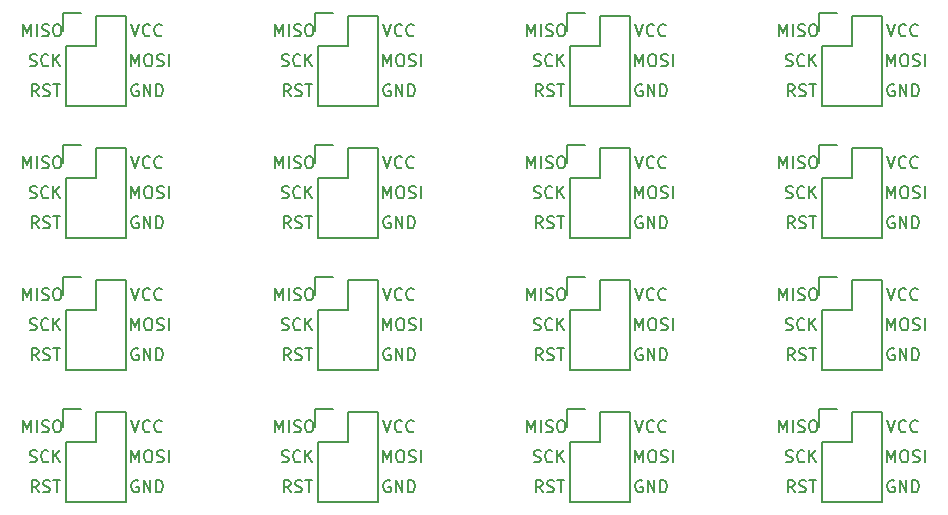
<source format=gto>
G04 #@! TF.FileFunction,Legend,Top*
%FSLAX46Y46*%
G04 Gerber Fmt 4.6, Leading zero omitted, Abs format (unit mm)*
G04 Created by KiCad (PCBNEW 4.0.5+dfsg1-4) date Wed Oct 11 12:15:40 2017*
%MOMM*%
%LPD*%
G01*
G04 APERTURE LIST*
%ADD10C,0.100000*%
%ADD11C,0.150000*%
G04 APERTURE END LIST*
D10*
D11*
X181435572Y-80970381D02*
X181435572Y-79970381D01*
X181768906Y-80684667D01*
X182102239Y-79970381D01*
X182102239Y-80970381D01*
X182578429Y-80970381D02*
X182578429Y-79970381D01*
X183007000Y-80922762D02*
X183149857Y-80970381D01*
X183387953Y-80970381D01*
X183483191Y-80922762D01*
X183530810Y-80875143D01*
X183578429Y-80779905D01*
X183578429Y-80684667D01*
X183530810Y-80589429D01*
X183483191Y-80541810D01*
X183387953Y-80494190D01*
X183197476Y-80446571D01*
X183102238Y-80398952D01*
X183054619Y-80351333D01*
X183007000Y-80256095D01*
X183007000Y-80160857D01*
X183054619Y-80065619D01*
X183102238Y-80018000D01*
X183197476Y-79970381D01*
X183435572Y-79970381D01*
X183578429Y-80018000D01*
X184197476Y-79970381D02*
X184387953Y-79970381D01*
X184483191Y-80018000D01*
X184578429Y-80113238D01*
X184626048Y-80303714D01*
X184626048Y-80637048D01*
X184578429Y-80827524D01*
X184483191Y-80922762D01*
X184387953Y-80970381D01*
X184197476Y-80970381D01*
X184102238Y-80922762D01*
X184007000Y-80827524D01*
X183959381Y-80637048D01*
X183959381Y-80303714D01*
X184007000Y-80113238D01*
X184102238Y-80018000D01*
X184197476Y-79970381D01*
X181975286Y-83462762D02*
X182118143Y-83510381D01*
X182356239Y-83510381D01*
X182451477Y-83462762D01*
X182499096Y-83415143D01*
X182546715Y-83319905D01*
X182546715Y-83224667D01*
X182499096Y-83129429D01*
X182451477Y-83081810D01*
X182356239Y-83034190D01*
X182165762Y-82986571D01*
X182070524Y-82938952D01*
X182022905Y-82891333D01*
X181975286Y-82796095D01*
X181975286Y-82700857D01*
X182022905Y-82605619D01*
X182070524Y-82558000D01*
X182165762Y-82510381D01*
X182403858Y-82510381D01*
X182546715Y-82558000D01*
X183546715Y-83415143D02*
X183499096Y-83462762D01*
X183356239Y-83510381D01*
X183261001Y-83510381D01*
X183118143Y-83462762D01*
X183022905Y-83367524D01*
X182975286Y-83272286D01*
X182927667Y-83081810D01*
X182927667Y-82938952D01*
X182975286Y-82748476D01*
X183022905Y-82653238D01*
X183118143Y-82558000D01*
X183261001Y-82510381D01*
X183356239Y-82510381D01*
X183499096Y-82558000D01*
X183546715Y-82605619D01*
X183975286Y-83510381D02*
X183975286Y-82510381D01*
X184546715Y-83510381D02*
X184118143Y-82938952D01*
X184546715Y-82510381D02*
X183975286Y-83081810D01*
X182713381Y-86050381D02*
X182380047Y-85574190D01*
X182141952Y-86050381D02*
X182141952Y-85050381D01*
X182522905Y-85050381D01*
X182618143Y-85098000D01*
X182665762Y-85145619D01*
X182713381Y-85240857D01*
X182713381Y-85383714D01*
X182665762Y-85478952D01*
X182618143Y-85526571D01*
X182522905Y-85574190D01*
X182141952Y-85574190D01*
X183094333Y-86002762D02*
X183237190Y-86050381D01*
X183475286Y-86050381D01*
X183570524Y-86002762D01*
X183618143Y-85955143D01*
X183665762Y-85859905D01*
X183665762Y-85764667D01*
X183618143Y-85669429D01*
X183570524Y-85621810D01*
X183475286Y-85574190D01*
X183284809Y-85526571D01*
X183189571Y-85478952D01*
X183141952Y-85431333D01*
X183094333Y-85336095D01*
X183094333Y-85240857D01*
X183141952Y-85145619D01*
X183189571Y-85098000D01*
X183284809Y-85050381D01*
X183522905Y-85050381D01*
X183665762Y-85098000D01*
X183951476Y-85050381D02*
X184522905Y-85050381D01*
X184237190Y-86050381D02*
X184237190Y-85050381D01*
X190563667Y-79970381D02*
X190897000Y-80970381D01*
X191230334Y-79970381D01*
X192135096Y-80875143D02*
X192087477Y-80922762D01*
X191944620Y-80970381D01*
X191849382Y-80970381D01*
X191706524Y-80922762D01*
X191611286Y-80827524D01*
X191563667Y-80732286D01*
X191516048Y-80541810D01*
X191516048Y-80398952D01*
X191563667Y-80208476D01*
X191611286Y-80113238D01*
X191706524Y-80018000D01*
X191849382Y-79970381D01*
X191944620Y-79970381D01*
X192087477Y-80018000D01*
X192135096Y-80065619D01*
X193135096Y-80875143D02*
X193087477Y-80922762D01*
X192944620Y-80970381D01*
X192849382Y-80970381D01*
X192706524Y-80922762D01*
X192611286Y-80827524D01*
X192563667Y-80732286D01*
X192516048Y-80541810D01*
X192516048Y-80398952D01*
X192563667Y-80208476D01*
X192611286Y-80113238D01*
X192706524Y-80018000D01*
X192849382Y-79970381D01*
X192944620Y-79970381D01*
X193087477Y-80018000D01*
X193135096Y-80065619D01*
X190579572Y-83510381D02*
X190579572Y-82510381D01*
X190912906Y-83224667D01*
X191246239Y-82510381D01*
X191246239Y-83510381D01*
X191912905Y-82510381D02*
X192103382Y-82510381D01*
X192198620Y-82558000D01*
X192293858Y-82653238D01*
X192341477Y-82843714D01*
X192341477Y-83177048D01*
X192293858Y-83367524D01*
X192198620Y-83462762D01*
X192103382Y-83510381D01*
X191912905Y-83510381D01*
X191817667Y-83462762D01*
X191722429Y-83367524D01*
X191674810Y-83177048D01*
X191674810Y-82843714D01*
X191722429Y-82653238D01*
X191817667Y-82558000D01*
X191912905Y-82510381D01*
X192722429Y-83462762D02*
X192865286Y-83510381D01*
X193103382Y-83510381D01*
X193198620Y-83462762D01*
X193246239Y-83415143D01*
X193293858Y-83319905D01*
X193293858Y-83224667D01*
X193246239Y-83129429D01*
X193198620Y-83081810D01*
X193103382Y-83034190D01*
X192912905Y-82986571D01*
X192817667Y-82938952D01*
X192770048Y-82891333D01*
X192722429Y-82796095D01*
X192722429Y-82700857D01*
X192770048Y-82605619D01*
X192817667Y-82558000D01*
X192912905Y-82510381D01*
X193151001Y-82510381D01*
X193293858Y-82558000D01*
X193722429Y-83510381D02*
X193722429Y-82510381D01*
X190563667Y-91146381D02*
X190897000Y-92146381D01*
X191230334Y-91146381D01*
X192135096Y-92051143D02*
X192087477Y-92098762D01*
X191944620Y-92146381D01*
X191849382Y-92146381D01*
X191706524Y-92098762D01*
X191611286Y-92003524D01*
X191563667Y-91908286D01*
X191516048Y-91717810D01*
X191516048Y-91574952D01*
X191563667Y-91384476D01*
X191611286Y-91289238D01*
X191706524Y-91194000D01*
X191849382Y-91146381D01*
X191944620Y-91146381D01*
X192087477Y-91194000D01*
X192135096Y-91241619D01*
X193135096Y-92051143D02*
X193087477Y-92098762D01*
X192944620Y-92146381D01*
X192849382Y-92146381D01*
X192706524Y-92098762D01*
X192611286Y-92003524D01*
X192563667Y-91908286D01*
X192516048Y-91717810D01*
X192516048Y-91574952D01*
X192563667Y-91384476D01*
X192611286Y-91289238D01*
X192706524Y-91194000D01*
X192849382Y-91146381D01*
X192944620Y-91146381D01*
X193087477Y-91194000D01*
X193135096Y-91241619D01*
X191135096Y-96274000D02*
X191039858Y-96226381D01*
X190897001Y-96226381D01*
X190754143Y-96274000D01*
X190658905Y-96369238D01*
X190611286Y-96464476D01*
X190563667Y-96654952D01*
X190563667Y-96797810D01*
X190611286Y-96988286D01*
X190658905Y-97083524D01*
X190754143Y-97178762D01*
X190897001Y-97226381D01*
X190992239Y-97226381D01*
X191135096Y-97178762D01*
X191182715Y-97131143D01*
X191182715Y-96797810D01*
X190992239Y-96797810D01*
X191611286Y-97226381D02*
X191611286Y-96226381D01*
X192182715Y-97226381D01*
X192182715Y-96226381D01*
X192658905Y-97226381D02*
X192658905Y-96226381D01*
X192897000Y-96226381D01*
X193039858Y-96274000D01*
X193135096Y-96369238D01*
X193182715Y-96464476D01*
X193230334Y-96654952D01*
X193230334Y-96797810D01*
X193182715Y-96988286D01*
X193135096Y-97083524D01*
X193039858Y-97178762D01*
X192897000Y-97226381D01*
X192658905Y-97226381D01*
X191135096Y-85098000D02*
X191039858Y-85050381D01*
X190897001Y-85050381D01*
X190754143Y-85098000D01*
X190658905Y-85193238D01*
X190611286Y-85288476D01*
X190563667Y-85478952D01*
X190563667Y-85621810D01*
X190611286Y-85812286D01*
X190658905Y-85907524D01*
X190754143Y-86002762D01*
X190897001Y-86050381D01*
X190992239Y-86050381D01*
X191135096Y-86002762D01*
X191182715Y-85955143D01*
X191182715Y-85621810D01*
X190992239Y-85621810D01*
X191611286Y-86050381D02*
X191611286Y-85050381D01*
X192182715Y-86050381D01*
X192182715Y-85050381D01*
X192658905Y-86050381D02*
X192658905Y-85050381D01*
X192897000Y-85050381D01*
X193039858Y-85098000D01*
X193135096Y-85193238D01*
X193182715Y-85288476D01*
X193230334Y-85478952D01*
X193230334Y-85621810D01*
X193182715Y-85812286D01*
X193135096Y-85907524D01*
X193039858Y-86002762D01*
X192897000Y-86050381D01*
X192658905Y-86050381D01*
X190579572Y-94686381D02*
X190579572Y-93686381D01*
X190912906Y-94400667D01*
X191246239Y-93686381D01*
X191246239Y-94686381D01*
X191912905Y-93686381D02*
X192103382Y-93686381D01*
X192198620Y-93734000D01*
X192293858Y-93829238D01*
X192341477Y-94019714D01*
X192341477Y-94353048D01*
X192293858Y-94543524D01*
X192198620Y-94638762D01*
X192103382Y-94686381D01*
X191912905Y-94686381D01*
X191817667Y-94638762D01*
X191722429Y-94543524D01*
X191674810Y-94353048D01*
X191674810Y-94019714D01*
X191722429Y-93829238D01*
X191817667Y-93734000D01*
X191912905Y-93686381D01*
X192722429Y-94638762D02*
X192865286Y-94686381D01*
X193103382Y-94686381D01*
X193198620Y-94638762D01*
X193246239Y-94591143D01*
X193293858Y-94495905D01*
X193293858Y-94400667D01*
X193246239Y-94305429D01*
X193198620Y-94257810D01*
X193103382Y-94210190D01*
X192912905Y-94162571D01*
X192817667Y-94114952D01*
X192770048Y-94067333D01*
X192722429Y-93972095D01*
X192722429Y-93876857D01*
X192770048Y-93781619D01*
X192817667Y-93734000D01*
X192912905Y-93686381D01*
X193151001Y-93686381D01*
X193293858Y-93734000D01*
X193722429Y-94686381D02*
X193722429Y-93686381D01*
X181975286Y-94638762D02*
X182118143Y-94686381D01*
X182356239Y-94686381D01*
X182451477Y-94638762D01*
X182499096Y-94591143D01*
X182546715Y-94495905D01*
X182546715Y-94400667D01*
X182499096Y-94305429D01*
X182451477Y-94257810D01*
X182356239Y-94210190D01*
X182165762Y-94162571D01*
X182070524Y-94114952D01*
X182022905Y-94067333D01*
X181975286Y-93972095D01*
X181975286Y-93876857D01*
X182022905Y-93781619D01*
X182070524Y-93734000D01*
X182165762Y-93686381D01*
X182403858Y-93686381D01*
X182546715Y-93734000D01*
X183546715Y-94591143D02*
X183499096Y-94638762D01*
X183356239Y-94686381D01*
X183261001Y-94686381D01*
X183118143Y-94638762D01*
X183022905Y-94543524D01*
X182975286Y-94448286D01*
X182927667Y-94257810D01*
X182927667Y-94114952D01*
X182975286Y-93924476D01*
X183022905Y-93829238D01*
X183118143Y-93734000D01*
X183261001Y-93686381D01*
X183356239Y-93686381D01*
X183499096Y-93734000D01*
X183546715Y-93781619D01*
X183975286Y-94686381D02*
X183975286Y-93686381D01*
X184546715Y-94686381D02*
X184118143Y-94114952D01*
X184546715Y-93686381D02*
X183975286Y-94257810D01*
X182713381Y-97226381D02*
X182380047Y-96750190D01*
X182141952Y-97226381D02*
X182141952Y-96226381D01*
X182522905Y-96226381D01*
X182618143Y-96274000D01*
X182665762Y-96321619D01*
X182713381Y-96416857D01*
X182713381Y-96559714D01*
X182665762Y-96654952D01*
X182618143Y-96702571D01*
X182522905Y-96750190D01*
X182141952Y-96750190D01*
X183094333Y-97178762D02*
X183237190Y-97226381D01*
X183475286Y-97226381D01*
X183570524Y-97178762D01*
X183618143Y-97131143D01*
X183665762Y-97035905D01*
X183665762Y-96940667D01*
X183618143Y-96845429D01*
X183570524Y-96797810D01*
X183475286Y-96750190D01*
X183284809Y-96702571D01*
X183189571Y-96654952D01*
X183141952Y-96607333D01*
X183094333Y-96512095D01*
X183094333Y-96416857D01*
X183141952Y-96321619D01*
X183189571Y-96274000D01*
X183284809Y-96226381D01*
X183522905Y-96226381D01*
X183665762Y-96274000D01*
X183951476Y-96226381D02*
X184522905Y-96226381D01*
X184237190Y-97226381D02*
X184237190Y-96226381D01*
X181435572Y-92146381D02*
X181435572Y-91146381D01*
X181768906Y-91860667D01*
X182102239Y-91146381D01*
X182102239Y-92146381D01*
X182578429Y-92146381D02*
X182578429Y-91146381D01*
X183007000Y-92098762D02*
X183149857Y-92146381D01*
X183387953Y-92146381D01*
X183483191Y-92098762D01*
X183530810Y-92051143D01*
X183578429Y-91955905D01*
X183578429Y-91860667D01*
X183530810Y-91765429D01*
X183483191Y-91717810D01*
X183387953Y-91670190D01*
X183197476Y-91622571D01*
X183102238Y-91574952D01*
X183054619Y-91527333D01*
X183007000Y-91432095D01*
X183007000Y-91336857D01*
X183054619Y-91241619D01*
X183102238Y-91194000D01*
X183197476Y-91146381D01*
X183435572Y-91146381D01*
X183578429Y-91194000D01*
X184197476Y-91146381D02*
X184387953Y-91146381D01*
X184483191Y-91194000D01*
X184578429Y-91289238D01*
X184626048Y-91479714D01*
X184626048Y-91813048D01*
X184578429Y-92003524D01*
X184483191Y-92098762D01*
X184387953Y-92146381D01*
X184197476Y-92146381D01*
X184102238Y-92098762D01*
X184007000Y-92003524D01*
X183959381Y-91813048D01*
X183959381Y-91479714D01*
X184007000Y-91289238D01*
X184102238Y-91194000D01*
X184197476Y-91146381D01*
X118705381Y-97226381D02*
X118372047Y-96750190D01*
X118133952Y-97226381D02*
X118133952Y-96226381D01*
X118514905Y-96226381D01*
X118610143Y-96274000D01*
X118657762Y-96321619D01*
X118705381Y-96416857D01*
X118705381Y-96559714D01*
X118657762Y-96654952D01*
X118610143Y-96702571D01*
X118514905Y-96750190D01*
X118133952Y-96750190D01*
X119086333Y-97178762D02*
X119229190Y-97226381D01*
X119467286Y-97226381D01*
X119562524Y-97178762D01*
X119610143Y-97131143D01*
X119657762Y-97035905D01*
X119657762Y-96940667D01*
X119610143Y-96845429D01*
X119562524Y-96797810D01*
X119467286Y-96750190D01*
X119276809Y-96702571D01*
X119181571Y-96654952D01*
X119133952Y-96607333D01*
X119086333Y-96512095D01*
X119086333Y-96416857D01*
X119133952Y-96321619D01*
X119181571Y-96274000D01*
X119276809Y-96226381D01*
X119514905Y-96226381D01*
X119657762Y-96274000D01*
X119943476Y-96226381D02*
X120514905Y-96226381D01*
X120229190Y-97226381D02*
X120229190Y-96226381D01*
X117967286Y-94638762D02*
X118110143Y-94686381D01*
X118348239Y-94686381D01*
X118443477Y-94638762D01*
X118491096Y-94591143D01*
X118538715Y-94495905D01*
X118538715Y-94400667D01*
X118491096Y-94305429D01*
X118443477Y-94257810D01*
X118348239Y-94210190D01*
X118157762Y-94162571D01*
X118062524Y-94114952D01*
X118014905Y-94067333D01*
X117967286Y-93972095D01*
X117967286Y-93876857D01*
X118014905Y-93781619D01*
X118062524Y-93734000D01*
X118157762Y-93686381D01*
X118395858Y-93686381D01*
X118538715Y-93734000D01*
X119538715Y-94591143D02*
X119491096Y-94638762D01*
X119348239Y-94686381D01*
X119253001Y-94686381D01*
X119110143Y-94638762D01*
X119014905Y-94543524D01*
X118967286Y-94448286D01*
X118919667Y-94257810D01*
X118919667Y-94114952D01*
X118967286Y-93924476D01*
X119014905Y-93829238D01*
X119110143Y-93734000D01*
X119253001Y-93686381D01*
X119348239Y-93686381D01*
X119491096Y-93734000D01*
X119538715Y-93781619D01*
X119967286Y-94686381D02*
X119967286Y-93686381D01*
X120538715Y-94686381D02*
X120110143Y-94114952D01*
X120538715Y-93686381D02*
X119967286Y-94257810D01*
X117967286Y-83462762D02*
X118110143Y-83510381D01*
X118348239Y-83510381D01*
X118443477Y-83462762D01*
X118491096Y-83415143D01*
X118538715Y-83319905D01*
X118538715Y-83224667D01*
X118491096Y-83129429D01*
X118443477Y-83081810D01*
X118348239Y-83034190D01*
X118157762Y-82986571D01*
X118062524Y-82938952D01*
X118014905Y-82891333D01*
X117967286Y-82796095D01*
X117967286Y-82700857D01*
X118014905Y-82605619D01*
X118062524Y-82558000D01*
X118157762Y-82510381D01*
X118395858Y-82510381D01*
X118538715Y-82558000D01*
X119538715Y-83415143D02*
X119491096Y-83462762D01*
X119348239Y-83510381D01*
X119253001Y-83510381D01*
X119110143Y-83462762D01*
X119014905Y-83367524D01*
X118967286Y-83272286D01*
X118919667Y-83081810D01*
X118919667Y-82938952D01*
X118967286Y-82748476D01*
X119014905Y-82653238D01*
X119110143Y-82558000D01*
X119253001Y-82510381D01*
X119348239Y-82510381D01*
X119491096Y-82558000D01*
X119538715Y-82605619D01*
X119967286Y-83510381D02*
X119967286Y-82510381D01*
X120538715Y-83510381D02*
X120110143Y-82938952D01*
X120538715Y-82510381D02*
X119967286Y-83081810D01*
X117427572Y-80970381D02*
X117427572Y-79970381D01*
X117760906Y-80684667D01*
X118094239Y-79970381D01*
X118094239Y-80970381D01*
X118570429Y-80970381D02*
X118570429Y-79970381D01*
X118999000Y-80922762D02*
X119141857Y-80970381D01*
X119379953Y-80970381D01*
X119475191Y-80922762D01*
X119522810Y-80875143D01*
X119570429Y-80779905D01*
X119570429Y-80684667D01*
X119522810Y-80589429D01*
X119475191Y-80541810D01*
X119379953Y-80494190D01*
X119189476Y-80446571D01*
X119094238Y-80398952D01*
X119046619Y-80351333D01*
X118999000Y-80256095D01*
X118999000Y-80160857D01*
X119046619Y-80065619D01*
X119094238Y-80018000D01*
X119189476Y-79970381D01*
X119427572Y-79970381D01*
X119570429Y-80018000D01*
X120189476Y-79970381D02*
X120379953Y-79970381D01*
X120475191Y-80018000D01*
X120570429Y-80113238D01*
X120618048Y-80303714D01*
X120618048Y-80637048D01*
X120570429Y-80827524D01*
X120475191Y-80922762D01*
X120379953Y-80970381D01*
X120189476Y-80970381D01*
X120094238Y-80922762D01*
X119999000Y-80827524D01*
X119951381Y-80637048D01*
X119951381Y-80303714D01*
X119999000Y-80113238D01*
X120094238Y-80018000D01*
X120189476Y-79970381D01*
X118705381Y-86050381D02*
X118372047Y-85574190D01*
X118133952Y-86050381D02*
X118133952Y-85050381D01*
X118514905Y-85050381D01*
X118610143Y-85098000D01*
X118657762Y-85145619D01*
X118705381Y-85240857D01*
X118705381Y-85383714D01*
X118657762Y-85478952D01*
X118610143Y-85526571D01*
X118514905Y-85574190D01*
X118133952Y-85574190D01*
X119086333Y-86002762D02*
X119229190Y-86050381D01*
X119467286Y-86050381D01*
X119562524Y-86002762D01*
X119610143Y-85955143D01*
X119657762Y-85859905D01*
X119657762Y-85764667D01*
X119610143Y-85669429D01*
X119562524Y-85621810D01*
X119467286Y-85574190D01*
X119276809Y-85526571D01*
X119181571Y-85478952D01*
X119133952Y-85431333D01*
X119086333Y-85336095D01*
X119086333Y-85240857D01*
X119133952Y-85145619D01*
X119181571Y-85098000D01*
X119276809Y-85050381D01*
X119514905Y-85050381D01*
X119657762Y-85098000D01*
X119943476Y-85050381D02*
X120514905Y-85050381D01*
X120229190Y-86050381D02*
X120229190Y-85050381D01*
X127127096Y-96274000D02*
X127031858Y-96226381D01*
X126889001Y-96226381D01*
X126746143Y-96274000D01*
X126650905Y-96369238D01*
X126603286Y-96464476D01*
X126555667Y-96654952D01*
X126555667Y-96797810D01*
X126603286Y-96988286D01*
X126650905Y-97083524D01*
X126746143Y-97178762D01*
X126889001Y-97226381D01*
X126984239Y-97226381D01*
X127127096Y-97178762D01*
X127174715Y-97131143D01*
X127174715Y-96797810D01*
X126984239Y-96797810D01*
X127603286Y-97226381D02*
X127603286Y-96226381D01*
X128174715Y-97226381D01*
X128174715Y-96226381D01*
X128650905Y-97226381D02*
X128650905Y-96226381D01*
X128889000Y-96226381D01*
X129031858Y-96274000D01*
X129127096Y-96369238D01*
X129174715Y-96464476D01*
X129222334Y-96654952D01*
X129222334Y-96797810D01*
X129174715Y-96988286D01*
X129127096Y-97083524D01*
X129031858Y-97178762D01*
X128889000Y-97226381D01*
X128650905Y-97226381D01*
X126555667Y-91146381D02*
X126889000Y-92146381D01*
X127222334Y-91146381D01*
X128127096Y-92051143D02*
X128079477Y-92098762D01*
X127936620Y-92146381D01*
X127841382Y-92146381D01*
X127698524Y-92098762D01*
X127603286Y-92003524D01*
X127555667Y-91908286D01*
X127508048Y-91717810D01*
X127508048Y-91574952D01*
X127555667Y-91384476D01*
X127603286Y-91289238D01*
X127698524Y-91194000D01*
X127841382Y-91146381D01*
X127936620Y-91146381D01*
X128079477Y-91194000D01*
X128127096Y-91241619D01*
X129127096Y-92051143D02*
X129079477Y-92098762D01*
X128936620Y-92146381D01*
X128841382Y-92146381D01*
X128698524Y-92098762D01*
X128603286Y-92003524D01*
X128555667Y-91908286D01*
X128508048Y-91717810D01*
X128508048Y-91574952D01*
X128555667Y-91384476D01*
X128603286Y-91289238D01*
X128698524Y-91194000D01*
X128841382Y-91146381D01*
X128936620Y-91146381D01*
X129079477Y-91194000D01*
X129127096Y-91241619D01*
X126571572Y-94686381D02*
X126571572Y-93686381D01*
X126904906Y-94400667D01*
X127238239Y-93686381D01*
X127238239Y-94686381D01*
X127904905Y-93686381D02*
X128095382Y-93686381D01*
X128190620Y-93734000D01*
X128285858Y-93829238D01*
X128333477Y-94019714D01*
X128333477Y-94353048D01*
X128285858Y-94543524D01*
X128190620Y-94638762D01*
X128095382Y-94686381D01*
X127904905Y-94686381D01*
X127809667Y-94638762D01*
X127714429Y-94543524D01*
X127666810Y-94353048D01*
X127666810Y-94019714D01*
X127714429Y-93829238D01*
X127809667Y-93734000D01*
X127904905Y-93686381D01*
X128714429Y-94638762D02*
X128857286Y-94686381D01*
X129095382Y-94686381D01*
X129190620Y-94638762D01*
X129238239Y-94591143D01*
X129285858Y-94495905D01*
X129285858Y-94400667D01*
X129238239Y-94305429D01*
X129190620Y-94257810D01*
X129095382Y-94210190D01*
X128904905Y-94162571D01*
X128809667Y-94114952D01*
X128762048Y-94067333D01*
X128714429Y-93972095D01*
X128714429Y-93876857D01*
X128762048Y-93781619D01*
X128809667Y-93734000D01*
X128904905Y-93686381D01*
X129143001Y-93686381D01*
X129285858Y-93734000D01*
X129714429Y-94686381D02*
X129714429Y-93686381D01*
X117427572Y-92146381D02*
X117427572Y-91146381D01*
X117760906Y-91860667D01*
X118094239Y-91146381D01*
X118094239Y-92146381D01*
X118570429Y-92146381D02*
X118570429Y-91146381D01*
X118999000Y-92098762D02*
X119141857Y-92146381D01*
X119379953Y-92146381D01*
X119475191Y-92098762D01*
X119522810Y-92051143D01*
X119570429Y-91955905D01*
X119570429Y-91860667D01*
X119522810Y-91765429D01*
X119475191Y-91717810D01*
X119379953Y-91670190D01*
X119189476Y-91622571D01*
X119094238Y-91574952D01*
X119046619Y-91527333D01*
X118999000Y-91432095D01*
X118999000Y-91336857D01*
X119046619Y-91241619D01*
X119094238Y-91194000D01*
X119189476Y-91146381D01*
X119427572Y-91146381D01*
X119570429Y-91194000D01*
X120189476Y-91146381D02*
X120379953Y-91146381D01*
X120475191Y-91194000D01*
X120570429Y-91289238D01*
X120618048Y-91479714D01*
X120618048Y-91813048D01*
X120570429Y-92003524D01*
X120475191Y-92098762D01*
X120379953Y-92146381D01*
X120189476Y-92146381D01*
X120094238Y-92098762D01*
X119999000Y-92003524D01*
X119951381Y-91813048D01*
X119951381Y-91479714D01*
X119999000Y-91289238D01*
X120094238Y-91194000D01*
X120189476Y-91146381D01*
X127127096Y-85098000D02*
X127031858Y-85050381D01*
X126889001Y-85050381D01*
X126746143Y-85098000D01*
X126650905Y-85193238D01*
X126603286Y-85288476D01*
X126555667Y-85478952D01*
X126555667Y-85621810D01*
X126603286Y-85812286D01*
X126650905Y-85907524D01*
X126746143Y-86002762D01*
X126889001Y-86050381D01*
X126984239Y-86050381D01*
X127127096Y-86002762D01*
X127174715Y-85955143D01*
X127174715Y-85621810D01*
X126984239Y-85621810D01*
X127603286Y-86050381D02*
X127603286Y-85050381D01*
X128174715Y-86050381D01*
X128174715Y-85050381D01*
X128650905Y-86050381D02*
X128650905Y-85050381D01*
X128889000Y-85050381D01*
X129031858Y-85098000D01*
X129127096Y-85193238D01*
X129174715Y-85288476D01*
X129222334Y-85478952D01*
X129222334Y-85621810D01*
X129174715Y-85812286D01*
X129127096Y-85907524D01*
X129031858Y-86002762D01*
X128889000Y-86050381D01*
X128650905Y-86050381D01*
X126571572Y-83510381D02*
X126571572Y-82510381D01*
X126904906Y-83224667D01*
X127238239Y-82510381D01*
X127238239Y-83510381D01*
X127904905Y-82510381D02*
X128095382Y-82510381D01*
X128190620Y-82558000D01*
X128285858Y-82653238D01*
X128333477Y-82843714D01*
X128333477Y-83177048D01*
X128285858Y-83367524D01*
X128190620Y-83462762D01*
X128095382Y-83510381D01*
X127904905Y-83510381D01*
X127809667Y-83462762D01*
X127714429Y-83367524D01*
X127666810Y-83177048D01*
X127666810Y-82843714D01*
X127714429Y-82653238D01*
X127809667Y-82558000D01*
X127904905Y-82510381D01*
X128714429Y-83462762D02*
X128857286Y-83510381D01*
X129095382Y-83510381D01*
X129190620Y-83462762D01*
X129238239Y-83415143D01*
X129285858Y-83319905D01*
X129285858Y-83224667D01*
X129238239Y-83129429D01*
X129190620Y-83081810D01*
X129095382Y-83034190D01*
X128904905Y-82986571D01*
X128809667Y-82938952D01*
X128762048Y-82891333D01*
X128714429Y-82796095D01*
X128714429Y-82700857D01*
X128762048Y-82605619D01*
X128809667Y-82558000D01*
X128904905Y-82510381D01*
X129143001Y-82510381D01*
X129285858Y-82558000D01*
X129714429Y-83510381D02*
X129714429Y-82510381D01*
X126555667Y-79970381D02*
X126889000Y-80970381D01*
X127222334Y-79970381D01*
X128127096Y-80875143D02*
X128079477Y-80922762D01*
X127936620Y-80970381D01*
X127841382Y-80970381D01*
X127698524Y-80922762D01*
X127603286Y-80827524D01*
X127555667Y-80732286D01*
X127508048Y-80541810D01*
X127508048Y-80398952D01*
X127555667Y-80208476D01*
X127603286Y-80113238D01*
X127698524Y-80018000D01*
X127841382Y-79970381D01*
X127936620Y-79970381D01*
X128079477Y-80018000D01*
X128127096Y-80065619D01*
X129127096Y-80875143D02*
X129079477Y-80922762D01*
X128936620Y-80970381D01*
X128841382Y-80970381D01*
X128698524Y-80922762D01*
X128603286Y-80827524D01*
X128555667Y-80732286D01*
X128508048Y-80541810D01*
X128508048Y-80398952D01*
X128555667Y-80208476D01*
X128603286Y-80113238D01*
X128698524Y-80018000D01*
X128841382Y-79970381D01*
X128936620Y-79970381D01*
X129079477Y-80018000D01*
X129127096Y-80065619D01*
X140041381Y-86050381D02*
X139708047Y-85574190D01*
X139469952Y-86050381D02*
X139469952Y-85050381D01*
X139850905Y-85050381D01*
X139946143Y-85098000D01*
X139993762Y-85145619D01*
X140041381Y-85240857D01*
X140041381Y-85383714D01*
X139993762Y-85478952D01*
X139946143Y-85526571D01*
X139850905Y-85574190D01*
X139469952Y-85574190D01*
X140422333Y-86002762D02*
X140565190Y-86050381D01*
X140803286Y-86050381D01*
X140898524Y-86002762D01*
X140946143Y-85955143D01*
X140993762Y-85859905D01*
X140993762Y-85764667D01*
X140946143Y-85669429D01*
X140898524Y-85621810D01*
X140803286Y-85574190D01*
X140612809Y-85526571D01*
X140517571Y-85478952D01*
X140469952Y-85431333D01*
X140422333Y-85336095D01*
X140422333Y-85240857D01*
X140469952Y-85145619D01*
X140517571Y-85098000D01*
X140612809Y-85050381D01*
X140850905Y-85050381D01*
X140993762Y-85098000D01*
X141279476Y-85050381D02*
X141850905Y-85050381D01*
X141565190Y-86050381D02*
X141565190Y-85050381D01*
X139303286Y-83462762D02*
X139446143Y-83510381D01*
X139684239Y-83510381D01*
X139779477Y-83462762D01*
X139827096Y-83415143D01*
X139874715Y-83319905D01*
X139874715Y-83224667D01*
X139827096Y-83129429D01*
X139779477Y-83081810D01*
X139684239Y-83034190D01*
X139493762Y-82986571D01*
X139398524Y-82938952D01*
X139350905Y-82891333D01*
X139303286Y-82796095D01*
X139303286Y-82700857D01*
X139350905Y-82605619D01*
X139398524Y-82558000D01*
X139493762Y-82510381D01*
X139731858Y-82510381D01*
X139874715Y-82558000D01*
X140874715Y-83415143D02*
X140827096Y-83462762D01*
X140684239Y-83510381D01*
X140589001Y-83510381D01*
X140446143Y-83462762D01*
X140350905Y-83367524D01*
X140303286Y-83272286D01*
X140255667Y-83081810D01*
X140255667Y-82938952D01*
X140303286Y-82748476D01*
X140350905Y-82653238D01*
X140446143Y-82558000D01*
X140589001Y-82510381D01*
X140684239Y-82510381D01*
X140827096Y-82558000D01*
X140874715Y-82605619D01*
X141303286Y-83510381D02*
X141303286Y-82510381D01*
X141874715Y-83510381D02*
X141446143Y-82938952D01*
X141874715Y-82510381D02*
X141303286Y-83081810D01*
X138763572Y-80970381D02*
X138763572Y-79970381D01*
X139096906Y-80684667D01*
X139430239Y-79970381D01*
X139430239Y-80970381D01*
X139906429Y-80970381D02*
X139906429Y-79970381D01*
X140335000Y-80922762D02*
X140477857Y-80970381D01*
X140715953Y-80970381D01*
X140811191Y-80922762D01*
X140858810Y-80875143D01*
X140906429Y-80779905D01*
X140906429Y-80684667D01*
X140858810Y-80589429D01*
X140811191Y-80541810D01*
X140715953Y-80494190D01*
X140525476Y-80446571D01*
X140430238Y-80398952D01*
X140382619Y-80351333D01*
X140335000Y-80256095D01*
X140335000Y-80160857D01*
X140382619Y-80065619D01*
X140430238Y-80018000D01*
X140525476Y-79970381D01*
X140763572Y-79970381D01*
X140906429Y-80018000D01*
X141525476Y-79970381D02*
X141715953Y-79970381D01*
X141811191Y-80018000D01*
X141906429Y-80113238D01*
X141954048Y-80303714D01*
X141954048Y-80637048D01*
X141906429Y-80827524D01*
X141811191Y-80922762D01*
X141715953Y-80970381D01*
X141525476Y-80970381D01*
X141430238Y-80922762D01*
X141335000Y-80827524D01*
X141287381Y-80637048D01*
X141287381Y-80303714D01*
X141335000Y-80113238D01*
X141430238Y-80018000D01*
X141525476Y-79970381D01*
X138763572Y-92146381D02*
X138763572Y-91146381D01*
X139096906Y-91860667D01*
X139430239Y-91146381D01*
X139430239Y-92146381D01*
X139906429Y-92146381D02*
X139906429Y-91146381D01*
X140335000Y-92098762D02*
X140477857Y-92146381D01*
X140715953Y-92146381D01*
X140811191Y-92098762D01*
X140858810Y-92051143D01*
X140906429Y-91955905D01*
X140906429Y-91860667D01*
X140858810Y-91765429D01*
X140811191Y-91717810D01*
X140715953Y-91670190D01*
X140525476Y-91622571D01*
X140430238Y-91574952D01*
X140382619Y-91527333D01*
X140335000Y-91432095D01*
X140335000Y-91336857D01*
X140382619Y-91241619D01*
X140430238Y-91194000D01*
X140525476Y-91146381D01*
X140763572Y-91146381D01*
X140906429Y-91194000D01*
X141525476Y-91146381D02*
X141715953Y-91146381D01*
X141811191Y-91194000D01*
X141906429Y-91289238D01*
X141954048Y-91479714D01*
X141954048Y-91813048D01*
X141906429Y-92003524D01*
X141811191Y-92098762D01*
X141715953Y-92146381D01*
X141525476Y-92146381D01*
X141430238Y-92098762D01*
X141335000Y-92003524D01*
X141287381Y-91813048D01*
X141287381Y-91479714D01*
X141335000Y-91289238D01*
X141430238Y-91194000D01*
X141525476Y-91146381D01*
X139303286Y-94638762D02*
X139446143Y-94686381D01*
X139684239Y-94686381D01*
X139779477Y-94638762D01*
X139827096Y-94591143D01*
X139874715Y-94495905D01*
X139874715Y-94400667D01*
X139827096Y-94305429D01*
X139779477Y-94257810D01*
X139684239Y-94210190D01*
X139493762Y-94162571D01*
X139398524Y-94114952D01*
X139350905Y-94067333D01*
X139303286Y-93972095D01*
X139303286Y-93876857D01*
X139350905Y-93781619D01*
X139398524Y-93734000D01*
X139493762Y-93686381D01*
X139731858Y-93686381D01*
X139874715Y-93734000D01*
X140874715Y-94591143D02*
X140827096Y-94638762D01*
X140684239Y-94686381D01*
X140589001Y-94686381D01*
X140446143Y-94638762D01*
X140350905Y-94543524D01*
X140303286Y-94448286D01*
X140255667Y-94257810D01*
X140255667Y-94114952D01*
X140303286Y-93924476D01*
X140350905Y-93829238D01*
X140446143Y-93734000D01*
X140589001Y-93686381D01*
X140684239Y-93686381D01*
X140827096Y-93734000D01*
X140874715Y-93781619D01*
X141303286Y-94686381D02*
X141303286Y-93686381D01*
X141874715Y-94686381D02*
X141446143Y-94114952D01*
X141874715Y-93686381D02*
X141303286Y-94257810D01*
X140041381Y-97226381D02*
X139708047Y-96750190D01*
X139469952Y-97226381D02*
X139469952Y-96226381D01*
X139850905Y-96226381D01*
X139946143Y-96274000D01*
X139993762Y-96321619D01*
X140041381Y-96416857D01*
X140041381Y-96559714D01*
X139993762Y-96654952D01*
X139946143Y-96702571D01*
X139850905Y-96750190D01*
X139469952Y-96750190D01*
X140422333Y-97178762D02*
X140565190Y-97226381D01*
X140803286Y-97226381D01*
X140898524Y-97178762D01*
X140946143Y-97131143D01*
X140993762Y-97035905D01*
X140993762Y-96940667D01*
X140946143Y-96845429D01*
X140898524Y-96797810D01*
X140803286Y-96750190D01*
X140612809Y-96702571D01*
X140517571Y-96654952D01*
X140469952Y-96607333D01*
X140422333Y-96512095D01*
X140422333Y-96416857D01*
X140469952Y-96321619D01*
X140517571Y-96274000D01*
X140612809Y-96226381D01*
X140850905Y-96226381D01*
X140993762Y-96274000D01*
X141279476Y-96226381D02*
X141850905Y-96226381D01*
X141565190Y-97226381D02*
X141565190Y-96226381D01*
X147907572Y-94686381D02*
X147907572Y-93686381D01*
X148240906Y-94400667D01*
X148574239Y-93686381D01*
X148574239Y-94686381D01*
X149240905Y-93686381D02*
X149431382Y-93686381D01*
X149526620Y-93734000D01*
X149621858Y-93829238D01*
X149669477Y-94019714D01*
X149669477Y-94353048D01*
X149621858Y-94543524D01*
X149526620Y-94638762D01*
X149431382Y-94686381D01*
X149240905Y-94686381D01*
X149145667Y-94638762D01*
X149050429Y-94543524D01*
X149002810Y-94353048D01*
X149002810Y-94019714D01*
X149050429Y-93829238D01*
X149145667Y-93734000D01*
X149240905Y-93686381D01*
X150050429Y-94638762D02*
X150193286Y-94686381D01*
X150431382Y-94686381D01*
X150526620Y-94638762D01*
X150574239Y-94591143D01*
X150621858Y-94495905D01*
X150621858Y-94400667D01*
X150574239Y-94305429D01*
X150526620Y-94257810D01*
X150431382Y-94210190D01*
X150240905Y-94162571D01*
X150145667Y-94114952D01*
X150098048Y-94067333D01*
X150050429Y-93972095D01*
X150050429Y-93876857D01*
X150098048Y-93781619D01*
X150145667Y-93734000D01*
X150240905Y-93686381D01*
X150479001Y-93686381D01*
X150621858Y-93734000D01*
X151050429Y-94686381D02*
X151050429Y-93686381D01*
X148463096Y-96274000D02*
X148367858Y-96226381D01*
X148225001Y-96226381D01*
X148082143Y-96274000D01*
X147986905Y-96369238D01*
X147939286Y-96464476D01*
X147891667Y-96654952D01*
X147891667Y-96797810D01*
X147939286Y-96988286D01*
X147986905Y-97083524D01*
X148082143Y-97178762D01*
X148225001Y-97226381D01*
X148320239Y-97226381D01*
X148463096Y-97178762D01*
X148510715Y-97131143D01*
X148510715Y-96797810D01*
X148320239Y-96797810D01*
X148939286Y-97226381D02*
X148939286Y-96226381D01*
X149510715Y-97226381D01*
X149510715Y-96226381D01*
X149986905Y-97226381D02*
X149986905Y-96226381D01*
X150225000Y-96226381D01*
X150367858Y-96274000D01*
X150463096Y-96369238D01*
X150510715Y-96464476D01*
X150558334Y-96654952D01*
X150558334Y-96797810D01*
X150510715Y-96988286D01*
X150463096Y-97083524D01*
X150367858Y-97178762D01*
X150225000Y-97226381D01*
X149986905Y-97226381D01*
X147891667Y-91146381D02*
X148225000Y-92146381D01*
X148558334Y-91146381D01*
X149463096Y-92051143D02*
X149415477Y-92098762D01*
X149272620Y-92146381D01*
X149177382Y-92146381D01*
X149034524Y-92098762D01*
X148939286Y-92003524D01*
X148891667Y-91908286D01*
X148844048Y-91717810D01*
X148844048Y-91574952D01*
X148891667Y-91384476D01*
X148939286Y-91289238D01*
X149034524Y-91194000D01*
X149177382Y-91146381D01*
X149272620Y-91146381D01*
X149415477Y-91194000D01*
X149463096Y-91241619D01*
X150463096Y-92051143D02*
X150415477Y-92098762D01*
X150272620Y-92146381D01*
X150177382Y-92146381D01*
X150034524Y-92098762D01*
X149939286Y-92003524D01*
X149891667Y-91908286D01*
X149844048Y-91717810D01*
X149844048Y-91574952D01*
X149891667Y-91384476D01*
X149939286Y-91289238D01*
X150034524Y-91194000D01*
X150177382Y-91146381D01*
X150272620Y-91146381D01*
X150415477Y-91194000D01*
X150463096Y-91241619D01*
X148463096Y-85098000D02*
X148367858Y-85050381D01*
X148225001Y-85050381D01*
X148082143Y-85098000D01*
X147986905Y-85193238D01*
X147939286Y-85288476D01*
X147891667Y-85478952D01*
X147891667Y-85621810D01*
X147939286Y-85812286D01*
X147986905Y-85907524D01*
X148082143Y-86002762D01*
X148225001Y-86050381D01*
X148320239Y-86050381D01*
X148463096Y-86002762D01*
X148510715Y-85955143D01*
X148510715Y-85621810D01*
X148320239Y-85621810D01*
X148939286Y-86050381D02*
X148939286Y-85050381D01*
X149510715Y-86050381D01*
X149510715Y-85050381D01*
X149986905Y-86050381D02*
X149986905Y-85050381D01*
X150225000Y-85050381D01*
X150367858Y-85098000D01*
X150463096Y-85193238D01*
X150510715Y-85288476D01*
X150558334Y-85478952D01*
X150558334Y-85621810D01*
X150510715Y-85812286D01*
X150463096Y-85907524D01*
X150367858Y-86002762D01*
X150225000Y-86050381D01*
X149986905Y-86050381D01*
X147907572Y-83510381D02*
X147907572Y-82510381D01*
X148240906Y-83224667D01*
X148574239Y-82510381D01*
X148574239Y-83510381D01*
X149240905Y-82510381D02*
X149431382Y-82510381D01*
X149526620Y-82558000D01*
X149621858Y-82653238D01*
X149669477Y-82843714D01*
X149669477Y-83177048D01*
X149621858Y-83367524D01*
X149526620Y-83462762D01*
X149431382Y-83510381D01*
X149240905Y-83510381D01*
X149145667Y-83462762D01*
X149050429Y-83367524D01*
X149002810Y-83177048D01*
X149002810Y-82843714D01*
X149050429Y-82653238D01*
X149145667Y-82558000D01*
X149240905Y-82510381D01*
X150050429Y-83462762D02*
X150193286Y-83510381D01*
X150431382Y-83510381D01*
X150526620Y-83462762D01*
X150574239Y-83415143D01*
X150621858Y-83319905D01*
X150621858Y-83224667D01*
X150574239Y-83129429D01*
X150526620Y-83081810D01*
X150431382Y-83034190D01*
X150240905Y-82986571D01*
X150145667Y-82938952D01*
X150098048Y-82891333D01*
X150050429Y-82796095D01*
X150050429Y-82700857D01*
X150098048Y-82605619D01*
X150145667Y-82558000D01*
X150240905Y-82510381D01*
X150479001Y-82510381D01*
X150621858Y-82558000D01*
X151050429Y-83510381D02*
X151050429Y-82510381D01*
X147891667Y-79970381D02*
X148225000Y-80970381D01*
X148558334Y-79970381D01*
X149463096Y-80875143D02*
X149415477Y-80922762D01*
X149272620Y-80970381D01*
X149177382Y-80970381D01*
X149034524Y-80922762D01*
X148939286Y-80827524D01*
X148891667Y-80732286D01*
X148844048Y-80541810D01*
X148844048Y-80398952D01*
X148891667Y-80208476D01*
X148939286Y-80113238D01*
X149034524Y-80018000D01*
X149177382Y-79970381D01*
X149272620Y-79970381D01*
X149415477Y-80018000D01*
X149463096Y-80065619D01*
X150463096Y-80875143D02*
X150415477Y-80922762D01*
X150272620Y-80970381D01*
X150177382Y-80970381D01*
X150034524Y-80922762D01*
X149939286Y-80827524D01*
X149891667Y-80732286D01*
X149844048Y-80541810D01*
X149844048Y-80398952D01*
X149891667Y-80208476D01*
X149939286Y-80113238D01*
X150034524Y-80018000D01*
X150177382Y-79970381D01*
X150272620Y-79970381D01*
X150415477Y-80018000D01*
X150463096Y-80065619D01*
X160099572Y-92146381D02*
X160099572Y-91146381D01*
X160432906Y-91860667D01*
X160766239Y-91146381D01*
X160766239Y-92146381D01*
X161242429Y-92146381D02*
X161242429Y-91146381D01*
X161671000Y-92098762D02*
X161813857Y-92146381D01*
X162051953Y-92146381D01*
X162147191Y-92098762D01*
X162194810Y-92051143D01*
X162242429Y-91955905D01*
X162242429Y-91860667D01*
X162194810Y-91765429D01*
X162147191Y-91717810D01*
X162051953Y-91670190D01*
X161861476Y-91622571D01*
X161766238Y-91574952D01*
X161718619Y-91527333D01*
X161671000Y-91432095D01*
X161671000Y-91336857D01*
X161718619Y-91241619D01*
X161766238Y-91194000D01*
X161861476Y-91146381D01*
X162099572Y-91146381D01*
X162242429Y-91194000D01*
X162861476Y-91146381D02*
X163051953Y-91146381D01*
X163147191Y-91194000D01*
X163242429Y-91289238D01*
X163290048Y-91479714D01*
X163290048Y-91813048D01*
X163242429Y-92003524D01*
X163147191Y-92098762D01*
X163051953Y-92146381D01*
X162861476Y-92146381D01*
X162766238Y-92098762D01*
X162671000Y-92003524D01*
X162623381Y-91813048D01*
X162623381Y-91479714D01*
X162671000Y-91289238D01*
X162766238Y-91194000D01*
X162861476Y-91146381D01*
X161377381Y-97226381D02*
X161044047Y-96750190D01*
X160805952Y-97226381D02*
X160805952Y-96226381D01*
X161186905Y-96226381D01*
X161282143Y-96274000D01*
X161329762Y-96321619D01*
X161377381Y-96416857D01*
X161377381Y-96559714D01*
X161329762Y-96654952D01*
X161282143Y-96702571D01*
X161186905Y-96750190D01*
X160805952Y-96750190D01*
X161758333Y-97178762D02*
X161901190Y-97226381D01*
X162139286Y-97226381D01*
X162234524Y-97178762D01*
X162282143Y-97131143D01*
X162329762Y-97035905D01*
X162329762Y-96940667D01*
X162282143Y-96845429D01*
X162234524Y-96797810D01*
X162139286Y-96750190D01*
X161948809Y-96702571D01*
X161853571Y-96654952D01*
X161805952Y-96607333D01*
X161758333Y-96512095D01*
X161758333Y-96416857D01*
X161805952Y-96321619D01*
X161853571Y-96274000D01*
X161948809Y-96226381D01*
X162186905Y-96226381D01*
X162329762Y-96274000D01*
X162615476Y-96226381D02*
X163186905Y-96226381D01*
X162901190Y-97226381D02*
X162901190Y-96226381D01*
X160639286Y-94638762D02*
X160782143Y-94686381D01*
X161020239Y-94686381D01*
X161115477Y-94638762D01*
X161163096Y-94591143D01*
X161210715Y-94495905D01*
X161210715Y-94400667D01*
X161163096Y-94305429D01*
X161115477Y-94257810D01*
X161020239Y-94210190D01*
X160829762Y-94162571D01*
X160734524Y-94114952D01*
X160686905Y-94067333D01*
X160639286Y-93972095D01*
X160639286Y-93876857D01*
X160686905Y-93781619D01*
X160734524Y-93734000D01*
X160829762Y-93686381D01*
X161067858Y-93686381D01*
X161210715Y-93734000D01*
X162210715Y-94591143D02*
X162163096Y-94638762D01*
X162020239Y-94686381D01*
X161925001Y-94686381D01*
X161782143Y-94638762D01*
X161686905Y-94543524D01*
X161639286Y-94448286D01*
X161591667Y-94257810D01*
X161591667Y-94114952D01*
X161639286Y-93924476D01*
X161686905Y-93829238D01*
X161782143Y-93734000D01*
X161925001Y-93686381D01*
X162020239Y-93686381D01*
X162163096Y-93734000D01*
X162210715Y-93781619D01*
X162639286Y-94686381D02*
X162639286Y-93686381D01*
X163210715Y-94686381D02*
X162782143Y-94114952D01*
X163210715Y-93686381D02*
X162639286Y-94257810D01*
X169799096Y-85098000D02*
X169703858Y-85050381D01*
X169561001Y-85050381D01*
X169418143Y-85098000D01*
X169322905Y-85193238D01*
X169275286Y-85288476D01*
X169227667Y-85478952D01*
X169227667Y-85621810D01*
X169275286Y-85812286D01*
X169322905Y-85907524D01*
X169418143Y-86002762D01*
X169561001Y-86050381D01*
X169656239Y-86050381D01*
X169799096Y-86002762D01*
X169846715Y-85955143D01*
X169846715Y-85621810D01*
X169656239Y-85621810D01*
X170275286Y-86050381D02*
X170275286Y-85050381D01*
X170846715Y-86050381D01*
X170846715Y-85050381D01*
X171322905Y-86050381D02*
X171322905Y-85050381D01*
X171561000Y-85050381D01*
X171703858Y-85098000D01*
X171799096Y-85193238D01*
X171846715Y-85288476D01*
X171894334Y-85478952D01*
X171894334Y-85621810D01*
X171846715Y-85812286D01*
X171799096Y-85907524D01*
X171703858Y-86002762D01*
X171561000Y-86050381D01*
X171322905Y-86050381D01*
X169227667Y-79970381D02*
X169561000Y-80970381D01*
X169894334Y-79970381D01*
X170799096Y-80875143D02*
X170751477Y-80922762D01*
X170608620Y-80970381D01*
X170513382Y-80970381D01*
X170370524Y-80922762D01*
X170275286Y-80827524D01*
X170227667Y-80732286D01*
X170180048Y-80541810D01*
X170180048Y-80398952D01*
X170227667Y-80208476D01*
X170275286Y-80113238D01*
X170370524Y-80018000D01*
X170513382Y-79970381D01*
X170608620Y-79970381D01*
X170751477Y-80018000D01*
X170799096Y-80065619D01*
X171799096Y-80875143D02*
X171751477Y-80922762D01*
X171608620Y-80970381D01*
X171513382Y-80970381D01*
X171370524Y-80922762D01*
X171275286Y-80827524D01*
X171227667Y-80732286D01*
X171180048Y-80541810D01*
X171180048Y-80398952D01*
X171227667Y-80208476D01*
X171275286Y-80113238D01*
X171370524Y-80018000D01*
X171513382Y-79970381D01*
X171608620Y-79970381D01*
X171751477Y-80018000D01*
X171799096Y-80065619D01*
X169243572Y-83510381D02*
X169243572Y-82510381D01*
X169576906Y-83224667D01*
X169910239Y-82510381D01*
X169910239Y-83510381D01*
X170576905Y-82510381D02*
X170767382Y-82510381D01*
X170862620Y-82558000D01*
X170957858Y-82653238D01*
X171005477Y-82843714D01*
X171005477Y-83177048D01*
X170957858Y-83367524D01*
X170862620Y-83462762D01*
X170767382Y-83510381D01*
X170576905Y-83510381D01*
X170481667Y-83462762D01*
X170386429Y-83367524D01*
X170338810Y-83177048D01*
X170338810Y-82843714D01*
X170386429Y-82653238D01*
X170481667Y-82558000D01*
X170576905Y-82510381D01*
X171386429Y-83462762D02*
X171529286Y-83510381D01*
X171767382Y-83510381D01*
X171862620Y-83462762D01*
X171910239Y-83415143D01*
X171957858Y-83319905D01*
X171957858Y-83224667D01*
X171910239Y-83129429D01*
X171862620Y-83081810D01*
X171767382Y-83034190D01*
X171576905Y-82986571D01*
X171481667Y-82938952D01*
X171434048Y-82891333D01*
X171386429Y-82796095D01*
X171386429Y-82700857D01*
X171434048Y-82605619D01*
X171481667Y-82558000D01*
X171576905Y-82510381D01*
X171815001Y-82510381D01*
X171957858Y-82558000D01*
X172386429Y-83510381D02*
X172386429Y-82510381D01*
X169227667Y-91146381D02*
X169561000Y-92146381D01*
X169894334Y-91146381D01*
X170799096Y-92051143D02*
X170751477Y-92098762D01*
X170608620Y-92146381D01*
X170513382Y-92146381D01*
X170370524Y-92098762D01*
X170275286Y-92003524D01*
X170227667Y-91908286D01*
X170180048Y-91717810D01*
X170180048Y-91574952D01*
X170227667Y-91384476D01*
X170275286Y-91289238D01*
X170370524Y-91194000D01*
X170513382Y-91146381D01*
X170608620Y-91146381D01*
X170751477Y-91194000D01*
X170799096Y-91241619D01*
X171799096Y-92051143D02*
X171751477Y-92098762D01*
X171608620Y-92146381D01*
X171513382Y-92146381D01*
X171370524Y-92098762D01*
X171275286Y-92003524D01*
X171227667Y-91908286D01*
X171180048Y-91717810D01*
X171180048Y-91574952D01*
X171227667Y-91384476D01*
X171275286Y-91289238D01*
X171370524Y-91194000D01*
X171513382Y-91146381D01*
X171608620Y-91146381D01*
X171751477Y-91194000D01*
X171799096Y-91241619D01*
X169243572Y-94686381D02*
X169243572Y-93686381D01*
X169576906Y-94400667D01*
X169910239Y-93686381D01*
X169910239Y-94686381D01*
X170576905Y-93686381D02*
X170767382Y-93686381D01*
X170862620Y-93734000D01*
X170957858Y-93829238D01*
X171005477Y-94019714D01*
X171005477Y-94353048D01*
X170957858Y-94543524D01*
X170862620Y-94638762D01*
X170767382Y-94686381D01*
X170576905Y-94686381D01*
X170481667Y-94638762D01*
X170386429Y-94543524D01*
X170338810Y-94353048D01*
X170338810Y-94019714D01*
X170386429Y-93829238D01*
X170481667Y-93734000D01*
X170576905Y-93686381D01*
X171386429Y-94638762D02*
X171529286Y-94686381D01*
X171767382Y-94686381D01*
X171862620Y-94638762D01*
X171910239Y-94591143D01*
X171957858Y-94495905D01*
X171957858Y-94400667D01*
X171910239Y-94305429D01*
X171862620Y-94257810D01*
X171767382Y-94210190D01*
X171576905Y-94162571D01*
X171481667Y-94114952D01*
X171434048Y-94067333D01*
X171386429Y-93972095D01*
X171386429Y-93876857D01*
X171434048Y-93781619D01*
X171481667Y-93734000D01*
X171576905Y-93686381D01*
X171815001Y-93686381D01*
X171957858Y-93734000D01*
X172386429Y-94686381D02*
X172386429Y-93686381D01*
X169799096Y-96274000D02*
X169703858Y-96226381D01*
X169561001Y-96226381D01*
X169418143Y-96274000D01*
X169322905Y-96369238D01*
X169275286Y-96464476D01*
X169227667Y-96654952D01*
X169227667Y-96797810D01*
X169275286Y-96988286D01*
X169322905Y-97083524D01*
X169418143Y-97178762D01*
X169561001Y-97226381D01*
X169656239Y-97226381D01*
X169799096Y-97178762D01*
X169846715Y-97131143D01*
X169846715Y-96797810D01*
X169656239Y-96797810D01*
X170275286Y-97226381D02*
X170275286Y-96226381D01*
X170846715Y-97226381D01*
X170846715Y-96226381D01*
X171322905Y-97226381D02*
X171322905Y-96226381D01*
X171561000Y-96226381D01*
X171703858Y-96274000D01*
X171799096Y-96369238D01*
X171846715Y-96464476D01*
X171894334Y-96654952D01*
X171894334Y-96797810D01*
X171846715Y-96988286D01*
X171799096Y-97083524D01*
X171703858Y-97178762D01*
X171561000Y-97226381D01*
X171322905Y-97226381D01*
X160639286Y-83462762D02*
X160782143Y-83510381D01*
X161020239Y-83510381D01*
X161115477Y-83462762D01*
X161163096Y-83415143D01*
X161210715Y-83319905D01*
X161210715Y-83224667D01*
X161163096Y-83129429D01*
X161115477Y-83081810D01*
X161020239Y-83034190D01*
X160829762Y-82986571D01*
X160734524Y-82938952D01*
X160686905Y-82891333D01*
X160639286Y-82796095D01*
X160639286Y-82700857D01*
X160686905Y-82605619D01*
X160734524Y-82558000D01*
X160829762Y-82510381D01*
X161067858Y-82510381D01*
X161210715Y-82558000D01*
X162210715Y-83415143D02*
X162163096Y-83462762D01*
X162020239Y-83510381D01*
X161925001Y-83510381D01*
X161782143Y-83462762D01*
X161686905Y-83367524D01*
X161639286Y-83272286D01*
X161591667Y-83081810D01*
X161591667Y-82938952D01*
X161639286Y-82748476D01*
X161686905Y-82653238D01*
X161782143Y-82558000D01*
X161925001Y-82510381D01*
X162020239Y-82510381D01*
X162163096Y-82558000D01*
X162210715Y-82605619D01*
X162639286Y-83510381D02*
X162639286Y-82510381D01*
X163210715Y-83510381D02*
X162782143Y-82938952D01*
X163210715Y-82510381D02*
X162639286Y-83081810D01*
X161377381Y-86050381D02*
X161044047Y-85574190D01*
X160805952Y-86050381D02*
X160805952Y-85050381D01*
X161186905Y-85050381D01*
X161282143Y-85098000D01*
X161329762Y-85145619D01*
X161377381Y-85240857D01*
X161377381Y-85383714D01*
X161329762Y-85478952D01*
X161282143Y-85526571D01*
X161186905Y-85574190D01*
X160805952Y-85574190D01*
X161758333Y-86002762D02*
X161901190Y-86050381D01*
X162139286Y-86050381D01*
X162234524Y-86002762D01*
X162282143Y-85955143D01*
X162329762Y-85859905D01*
X162329762Y-85764667D01*
X162282143Y-85669429D01*
X162234524Y-85621810D01*
X162139286Y-85574190D01*
X161948809Y-85526571D01*
X161853571Y-85478952D01*
X161805952Y-85431333D01*
X161758333Y-85336095D01*
X161758333Y-85240857D01*
X161805952Y-85145619D01*
X161853571Y-85098000D01*
X161948809Y-85050381D01*
X162186905Y-85050381D01*
X162329762Y-85098000D01*
X162615476Y-85050381D02*
X163186905Y-85050381D01*
X162901190Y-86050381D02*
X162901190Y-85050381D01*
X160099572Y-80970381D02*
X160099572Y-79970381D01*
X160432906Y-80684667D01*
X160766239Y-79970381D01*
X160766239Y-80970381D01*
X161242429Y-80970381D02*
X161242429Y-79970381D01*
X161671000Y-80922762D02*
X161813857Y-80970381D01*
X162051953Y-80970381D01*
X162147191Y-80922762D01*
X162194810Y-80875143D01*
X162242429Y-80779905D01*
X162242429Y-80684667D01*
X162194810Y-80589429D01*
X162147191Y-80541810D01*
X162051953Y-80494190D01*
X161861476Y-80446571D01*
X161766238Y-80398952D01*
X161718619Y-80351333D01*
X161671000Y-80256095D01*
X161671000Y-80160857D01*
X161718619Y-80065619D01*
X161766238Y-80018000D01*
X161861476Y-79970381D01*
X162099572Y-79970381D01*
X162242429Y-80018000D01*
X162861476Y-79970381D02*
X163051953Y-79970381D01*
X163147191Y-80018000D01*
X163242429Y-80113238D01*
X163290048Y-80303714D01*
X163290048Y-80637048D01*
X163242429Y-80827524D01*
X163147191Y-80922762D01*
X163051953Y-80970381D01*
X162861476Y-80970381D01*
X162766238Y-80922762D01*
X162671000Y-80827524D01*
X162623381Y-80637048D01*
X162623381Y-80303714D01*
X162671000Y-80113238D01*
X162766238Y-80018000D01*
X162861476Y-79970381D01*
X118705381Y-108402381D02*
X118372047Y-107926190D01*
X118133952Y-108402381D02*
X118133952Y-107402381D01*
X118514905Y-107402381D01*
X118610143Y-107450000D01*
X118657762Y-107497619D01*
X118705381Y-107592857D01*
X118705381Y-107735714D01*
X118657762Y-107830952D01*
X118610143Y-107878571D01*
X118514905Y-107926190D01*
X118133952Y-107926190D01*
X119086333Y-108354762D02*
X119229190Y-108402381D01*
X119467286Y-108402381D01*
X119562524Y-108354762D01*
X119610143Y-108307143D01*
X119657762Y-108211905D01*
X119657762Y-108116667D01*
X119610143Y-108021429D01*
X119562524Y-107973810D01*
X119467286Y-107926190D01*
X119276809Y-107878571D01*
X119181571Y-107830952D01*
X119133952Y-107783333D01*
X119086333Y-107688095D01*
X119086333Y-107592857D01*
X119133952Y-107497619D01*
X119181571Y-107450000D01*
X119276809Y-107402381D01*
X119514905Y-107402381D01*
X119657762Y-107450000D01*
X119943476Y-107402381D02*
X120514905Y-107402381D01*
X120229190Y-108402381D02*
X120229190Y-107402381D01*
X117427572Y-103322381D02*
X117427572Y-102322381D01*
X117760906Y-103036667D01*
X118094239Y-102322381D01*
X118094239Y-103322381D01*
X118570429Y-103322381D02*
X118570429Y-102322381D01*
X118999000Y-103274762D02*
X119141857Y-103322381D01*
X119379953Y-103322381D01*
X119475191Y-103274762D01*
X119522810Y-103227143D01*
X119570429Y-103131905D01*
X119570429Y-103036667D01*
X119522810Y-102941429D01*
X119475191Y-102893810D01*
X119379953Y-102846190D01*
X119189476Y-102798571D01*
X119094238Y-102750952D01*
X119046619Y-102703333D01*
X118999000Y-102608095D01*
X118999000Y-102512857D01*
X119046619Y-102417619D01*
X119094238Y-102370000D01*
X119189476Y-102322381D01*
X119427572Y-102322381D01*
X119570429Y-102370000D01*
X120189476Y-102322381D02*
X120379953Y-102322381D01*
X120475191Y-102370000D01*
X120570429Y-102465238D01*
X120618048Y-102655714D01*
X120618048Y-102989048D01*
X120570429Y-103179524D01*
X120475191Y-103274762D01*
X120379953Y-103322381D01*
X120189476Y-103322381D01*
X120094238Y-103274762D01*
X119999000Y-103179524D01*
X119951381Y-102989048D01*
X119951381Y-102655714D01*
X119999000Y-102465238D01*
X120094238Y-102370000D01*
X120189476Y-102322381D01*
X117967286Y-105814762D02*
X118110143Y-105862381D01*
X118348239Y-105862381D01*
X118443477Y-105814762D01*
X118491096Y-105767143D01*
X118538715Y-105671905D01*
X118538715Y-105576667D01*
X118491096Y-105481429D01*
X118443477Y-105433810D01*
X118348239Y-105386190D01*
X118157762Y-105338571D01*
X118062524Y-105290952D01*
X118014905Y-105243333D01*
X117967286Y-105148095D01*
X117967286Y-105052857D01*
X118014905Y-104957619D01*
X118062524Y-104910000D01*
X118157762Y-104862381D01*
X118395858Y-104862381D01*
X118538715Y-104910000D01*
X119538715Y-105767143D02*
X119491096Y-105814762D01*
X119348239Y-105862381D01*
X119253001Y-105862381D01*
X119110143Y-105814762D01*
X119014905Y-105719524D01*
X118967286Y-105624286D01*
X118919667Y-105433810D01*
X118919667Y-105290952D01*
X118967286Y-105100476D01*
X119014905Y-105005238D01*
X119110143Y-104910000D01*
X119253001Y-104862381D01*
X119348239Y-104862381D01*
X119491096Y-104910000D01*
X119538715Y-104957619D01*
X119967286Y-105862381D02*
X119967286Y-104862381D01*
X120538715Y-105862381D02*
X120110143Y-105290952D01*
X120538715Y-104862381D02*
X119967286Y-105433810D01*
X140041381Y-108402381D02*
X139708047Y-107926190D01*
X139469952Y-108402381D02*
X139469952Y-107402381D01*
X139850905Y-107402381D01*
X139946143Y-107450000D01*
X139993762Y-107497619D01*
X140041381Y-107592857D01*
X140041381Y-107735714D01*
X139993762Y-107830952D01*
X139946143Y-107878571D01*
X139850905Y-107926190D01*
X139469952Y-107926190D01*
X140422333Y-108354762D02*
X140565190Y-108402381D01*
X140803286Y-108402381D01*
X140898524Y-108354762D01*
X140946143Y-108307143D01*
X140993762Y-108211905D01*
X140993762Y-108116667D01*
X140946143Y-108021429D01*
X140898524Y-107973810D01*
X140803286Y-107926190D01*
X140612809Y-107878571D01*
X140517571Y-107830952D01*
X140469952Y-107783333D01*
X140422333Y-107688095D01*
X140422333Y-107592857D01*
X140469952Y-107497619D01*
X140517571Y-107450000D01*
X140612809Y-107402381D01*
X140850905Y-107402381D01*
X140993762Y-107450000D01*
X141279476Y-107402381D02*
X141850905Y-107402381D01*
X141565190Y-108402381D02*
X141565190Y-107402381D01*
X138763572Y-103322381D02*
X138763572Y-102322381D01*
X139096906Y-103036667D01*
X139430239Y-102322381D01*
X139430239Y-103322381D01*
X139906429Y-103322381D02*
X139906429Y-102322381D01*
X140335000Y-103274762D02*
X140477857Y-103322381D01*
X140715953Y-103322381D01*
X140811191Y-103274762D01*
X140858810Y-103227143D01*
X140906429Y-103131905D01*
X140906429Y-103036667D01*
X140858810Y-102941429D01*
X140811191Y-102893810D01*
X140715953Y-102846190D01*
X140525476Y-102798571D01*
X140430238Y-102750952D01*
X140382619Y-102703333D01*
X140335000Y-102608095D01*
X140335000Y-102512857D01*
X140382619Y-102417619D01*
X140430238Y-102370000D01*
X140525476Y-102322381D01*
X140763572Y-102322381D01*
X140906429Y-102370000D01*
X141525476Y-102322381D02*
X141715953Y-102322381D01*
X141811191Y-102370000D01*
X141906429Y-102465238D01*
X141954048Y-102655714D01*
X141954048Y-102989048D01*
X141906429Y-103179524D01*
X141811191Y-103274762D01*
X141715953Y-103322381D01*
X141525476Y-103322381D01*
X141430238Y-103274762D01*
X141335000Y-103179524D01*
X141287381Y-102989048D01*
X141287381Y-102655714D01*
X141335000Y-102465238D01*
X141430238Y-102370000D01*
X141525476Y-102322381D01*
X139303286Y-105814762D02*
X139446143Y-105862381D01*
X139684239Y-105862381D01*
X139779477Y-105814762D01*
X139827096Y-105767143D01*
X139874715Y-105671905D01*
X139874715Y-105576667D01*
X139827096Y-105481429D01*
X139779477Y-105433810D01*
X139684239Y-105386190D01*
X139493762Y-105338571D01*
X139398524Y-105290952D01*
X139350905Y-105243333D01*
X139303286Y-105148095D01*
X139303286Y-105052857D01*
X139350905Y-104957619D01*
X139398524Y-104910000D01*
X139493762Y-104862381D01*
X139731858Y-104862381D01*
X139874715Y-104910000D01*
X140874715Y-105767143D02*
X140827096Y-105814762D01*
X140684239Y-105862381D01*
X140589001Y-105862381D01*
X140446143Y-105814762D01*
X140350905Y-105719524D01*
X140303286Y-105624286D01*
X140255667Y-105433810D01*
X140255667Y-105290952D01*
X140303286Y-105100476D01*
X140350905Y-105005238D01*
X140446143Y-104910000D01*
X140589001Y-104862381D01*
X140684239Y-104862381D01*
X140827096Y-104910000D01*
X140874715Y-104957619D01*
X141303286Y-105862381D02*
X141303286Y-104862381D01*
X141874715Y-105862381D02*
X141446143Y-105290952D01*
X141874715Y-104862381D02*
X141303286Y-105433810D01*
X147891667Y-102322381D02*
X148225000Y-103322381D01*
X148558334Y-102322381D01*
X149463096Y-103227143D02*
X149415477Y-103274762D01*
X149272620Y-103322381D01*
X149177382Y-103322381D01*
X149034524Y-103274762D01*
X148939286Y-103179524D01*
X148891667Y-103084286D01*
X148844048Y-102893810D01*
X148844048Y-102750952D01*
X148891667Y-102560476D01*
X148939286Y-102465238D01*
X149034524Y-102370000D01*
X149177382Y-102322381D01*
X149272620Y-102322381D01*
X149415477Y-102370000D01*
X149463096Y-102417619D01*
X150463096Y-103227143D02*
X150415477Y-103274762D01*
X150272620Y-103322381D01*
X150177382Y-103322381D01*
X150034524Y-103274762D01*
X149939286Y-103179524D01*
X149891667Y-103084286D01*
X149844048Y-102893810D01*
X149844048Y-102750952D01*
X149891667Y-102560476D01*
X149939286Y-102465238D01*
X150034524Y-102370000D01*
X150177382Y-102322381D01*
X150272620Y-102322381D01*
X150415477Y-102370000D01*
X150463096Y-102417619D01*
X147907572Y-105862381D02*
X147907572Y-104862381D01*
X148240906Y-105576667D01*
X148574239Y-104862381D01*
X148574239Y-105862381D01*
X149240905Y-104862381D02*
X149431382Y-104862381D01*
X149526620Y-104910000D01*
X149621858Y-105005238D01*
X149669477Y-105195714D01*
X149669477Y-105529048D01*
X149621858Y-105719524D01*
X149526620Y-105814762D01*
X149431382Y-105862381D01*
X149240905Y-105862381D01*
X149145667Y-105814762D01*
X149050429Y-105719524D01*
X149002810Y-105529048D01*
X149002810Y-105195714D01*
X149050429Y-105005238D01*
X149145667Y-104910000D01*
X149240905Y-104862381D01*
X150050429Y-105814762D02*
X150193286Y-105862381D01*
X150431382Y-105862381D01*
X150526620Y-105814762D01*
X150574239Y-105767143D01*
X150621858Y-105671905D01*
X150621858Y-105576667D01*
X150574239Y-105481429D01*
X150526620Y-105433810D01*
X150431382Y-105386190D01*
X150240905Y-105338571D01*
X150145667Y-105290952D01*
X150098048Y-105243333D01*
X150050429Y-105148095D01*
X150050429Y-105052857D01*
X150098048Y-104957619D01*
X150145667Y-104910000D01*
X150240905Y-104862381D01*
X150479001Y-104862381D01*
X150621858Y-104910000D01*
X151050429Y-105862381D02*
X151050429Y-104862381D01*
X148463096Y-107450000D02*
X148367858Y-107402381D01*
X148225001Y-107402381D01*
X148082143Y-107450000D01*
X147986905Y-107545238D01*
X147939286Y-107640476D01*
X147891667Y-107830952D01*
X147891667Y-107973810D01*
X147939286Y-108164286D01*
X147986905Y-108259524D01*
X148082143Y-108354762D01*
X148225001Y-108402381D01*
X148320239Y-108402381D01*
X148463096Y-108354762D01*
X148510715Y-108307143D01*
X148510715Y-107973810D01*
X148320239Y-107973810D01*
X148939286Y-108402381D02*
X148939286Y-107402381D01*
X149510715Y-108402381D01*
X149510715Y-107402381D01*
X149986905Y-108402381D02*
X149986905Y-107402381D01*
X150225000Y-107402381D01*
X150367858Y-107450000D01*
X150463096Y-107545238D01*
X150510715Y-107640476D01*
X150558334Y-107830952D01*
X150558334Y-107973810D01*
X150510715Y-108164286D01*
X150463096Y-108259524D01*
X150367858Y-108354762D01*
X150225000Y-108402381D01*
X149986905Y-108402381D01*
X126555667Y-102322381D02*
X126889000Y-103322381D01*
X127222334Y-102322381D01*
X128127096Y-103227143D02*
X128079477Y-103274762D01*
X127936620Y-103322381D01*
X127841382Y-103322381D01*
X127698524Y-103274762D01*
X127603286Y-103179524D01*
X127555667Y-103084286D01*
X127508048Y-102893810D01*
X127508048Y-102750952D01*
X127555667Y-102560476D01*
X127603286Y-102465238D01*
X127698524Y-102370000D01*
X127841382Y-102322381D01*
X127936620Y-102322381D01*
X128079477Y-102370000D01*
X128127096Y-102417619D01*
X129127096Y-103227143D02*
X129079477Y-103274762D01*
X128936620Y-103322381D01*
X128841382Y-103322381D01*
X128698524Y-103274762D01*
X128603286Y-103179524D01*
X128555667Y-103084286D01*
X128508048Y-102893810D01*
X128508048Y-102750952D01*
X128555667Y-102560476D01*
X128603286Y-102465238D01*
X128698524Y-102370000D01*
X128841382Y-102322381D01*
X128936620Y-102322381D01*
X129079477Y-102370000D01*
X129127096Y-102417619D01*
X126571572Y-105862381D02*
X126571572Y-104862381D01*
X126904906Y-105576667D01*
X127238239Y-104862381D01*
X127238239Y-105862381D01*
X127904905Y-104862381D02*
X128095382Y-104862381D01*
X128190620Y-104910000D01*
X128285858Y-105005238D01*
X128333477Y-105195714D01*
X128333477Y-105529048D01*
X128285858Y-105719524D01*
X128190620Y-105814762D01*
X128095382Y-105862381D01*
X127904905Y-105862381D01*
X127809667Y-105814762D01*
X127714429Y-105719524D01*
X127666810Y-105529048D01*
X127666810Y-105195714D01*
X127714429Y-105005238D01*
X127809667Y-104910000D01*
X127904905Y-104862381D01*
X128714429Y-105814762D02*
X128857286Y-105862381D01*
X129095382Y-105862381D01*
X129190620Y-105814762D01*
X129238239Y-105767143D01*
X129285858Y-105671905D01*
X129285858Y-105576667D01*
X129238239Y-105481429D01*
X129190620Y-105433810D01*
X129095382Y-105386190D01*
X128904905Y-105338571D01*
X128809667Y-105290952D01*
X128762048Y-105243333D01*
X128714429Y-105148095D01*
X128714429Y-105052857D01*
X128762048Y-104957619D01*
X128809667Y-104910000D01*
X128904905Y-104862381D01*
X129143001Y-104862381D01*
X129285858Y-104910000D01*
X129714429Y-105862381D02*
X129714429Y-104862381D01*
X127127096Y-107450000D02*
X127031858Y-107402381D01*
X126889001Y-107402381D01*
X126746143Y-107450000D01*
X126650905Y-107545238D01*
X126603286Y-107640476D01*
X126555667Y-107830952D01*
X126555667Y-107973810D01*
X126603286Y-108164286D01*
X126650905Y-108259524D01*
X126746143Y-108354762D01*
X126889001Y-108402381D01*
X126984239Y-108402381D01*
X127127096Y-108354762D01*
X127174715Y-108307143D01*
X127174715Y-107973810D01*
X126984239Y-107973810D01*
X127603286Y-108402381D02*
X127603286Y-107402381D01*
X128174715Y-108402381D01*
X128174715Y-107402381D01*
X128650905Y-108402381D02*
X128650905Y-107402381D01*
X128889000Y-107402381D01*
X129031858Y-107450000D01*
X129127096Y-107545238D01*
X129174715Y-107640476D01*
X129222334Y-107830952D01*
X129222334Y-107973810D01*
X129174715Y-108164286D01*
X129127096Y-108259524D01*
X129031858Y-108354762D01*
X128889000Y-108402381D01*
X128650905Y-108402381D01*
X169227667Y-102322381D02*
X169561000Y-103322381D01*
X169894334Y-102322381D01*
X170799096Y-103227143D02*
X170751477Y-103274762D01*
X170608620Y-103322381D01*
X170513382Y-103322381D01*
X170370524Y-103274762D01*
X170275286Y-103179524D01*
X170227667Y-103084286D01*
X170180048Y-102893810D01*
X170180048Y-102750952D01*
X170227667Y-102560476D01*
X170275286Y-102465238D01*
X170370524Y-102370000D01*
X170513382Y-102322381D01*
X170608620Y-102322381D01*
X170751477Y-102370000D01*
X170799096Y-102417619D01*
X171799096Y-103227143D02*
X171751477Y-103274762D01*
X171608620Y-103322381D01*
X171513382Y-103322381D01*
X171370524Y-103274762D01*
X171275286Y-103179524D01*
X171227667Y-103084286D01*
X171180048Y-102893810D01*
X171180048Y-102750952D01*
X171227667Y-102560476D01*
X171275286Y-102465238D01*
X171370524Y-102370000D01*
X171513382Y-102322381D01*
X171608620Y-102322381D01*
X171751477Y-102370000D01*
X171799096Y-102417619D01*
X169243572Y-105862381D02*
X169243572Y-104862381D01*
X169576906Y-105576667D01*
X169910239Y-104862381D01*
X169910239Y-105862381D01*
X170576905Y-104862381D02*
X170767382Y-104862381D01*
X170862620Y-104910000D01*
X170957858Y-105005238D01*
X171005477Y-105195714D01*
X171005477Y-105529048D01*
X170957858Y-105719524D01*
X170862620Y-105814762D01*
X170767382Y-105862381D01*
X170576905Y-105862381D01*
X170481667Y-105814762D01*
X170386429Y-105719524D01*
X170338810Y-105529048D01*
X170338810Y-105195714D01*
X170386429Y-105005238D01*
X170481667Y-104910000D01*
X170576905Y-104862381D01*
X171386429Y-105814762D02*
X171529286Y-105862381D01*
X171767382Y-105862381D01*
X171862620Y-105814762D01*
X171910239Y-105767143D01*
X171957858Y-105671905D01*
X171957858Y-105576667D01*
X171910239Y-105481429D01*
X171862620Y-105433810D01*
X171767382Y-105386190D01*
X171576905Y-105338571D01*
X171481667Y-105290952D01*
X171434048Y-105243333D01*
X171386429Y-105148095D01*
X171386429Y-105052857D01*
X171434048Y-104957619D01*
X171481667Y-104910000D01*
X171576905Y-104862381D01*
X171815001Y-104862381D01*
X171957858Y-104910000D01*
X172386429Y-105862381D02*
X172386429Y-104862381D01*
X169799096Y-107450000D02*
X169703858Y-107402381D01*
X169561001Y-107402381D01*
X169418143Y-107450000D01*
X169322905Y-107545238D01*
X169275286Y-107640476D01*
X169227667Y-107830952D01*
X169227667Y-107973810D01*
X169275286Y-108164286D01*
X169322905Y-108259524D01*
X169418143Y-108354762D01*
X169561001Y-108402381D01*
X169656239Y-108402381D01*
X169799096Y-108354762D01*
X169846715Y-108307143D01*
X169846715Y-107973810D01*
X169656239Y-107973810D01*
X170275286Y-108402381D02*
X170275286Y-107402381D01*
X170846715Y-108402381D01*
X170846715Y-107402381D01*
X171322905Y-108402381D02*
X171322905Y-107402381D01*
X171561000Y-107402381D01*
X171703858Y-107450000D01*
X171799096Y-107545238D01*
X171846715Y-107640476D01*
X171894334Y-107830952D01*
X171894334Y-107973810D01*
X171846715Y-108164286D01*
X171799096Y-108259524D01*
X171703858Y-108354762D01*
X171561000Y-108402381D01*
X171322905Y-108402381D01*
X181975286Y-105814762D02*
X182118143Y-105862381D01*
X182356239Y-105862381D01*
X182451477Y-105814762D01*
X182499096Y-105767143D01*
X182546715Y-105671905D01*
X182546715Y-105576667D01*
X182499096Y-105481429D01*
X182451477Y-105433810D01*
X182356239Y-105386190D01*
X182165762Y-105338571D01*
X182070524Y-105290952D01*
X182022905Y-105243333D01*
X181975286Y-105148095D01*
X181975286Y-105052857D01*
X182022905Y-104957619D01*
X182070524Y-104910000D01*
X182165762Y-104862381D01*
X182403858Y-104862381D01*
X182546715Y-104910000D01*
X183546715Y-105767143D02*
X183499096Y-105814762D01*
X183356239Y-105862381D01*
X183261001Y-105862381D01*
X183118143Y-105814762D01*
X183022905Y-105719524D01*
X182975286Y-105624286D01*
X182927667Y-105433810D01*
X182927667Y-105290952D01*
X182975286Y-105100476D01*
X183022905Y-105005238D01*
X183118143Y-104910000D01*
X183261001Y-104862381D01*
X183356239Y-104862381D01*
X183499096Y-104910000D01*
X183546715Y-104957619D01*
X183975286Y-105862381D02*
X183975286Y-104862381D01*
X184546715Y-105862381D02*
X184118143Y-105290952D01*
X184546715Y-104862381D02*
X183975286Y-105433810D01*
X181435572Y-103322381D02*
X181435572Y-102322381D01*
X181768906Y-103036667D01*
X182102239Y-102322381D01*
X182102239Y-103322381D01*
X182578429Y-103322381D02*
X182578429Y-102322381D01*
X183007000Y-103274762D02*
X183149857Y-103322381D01*
X183387953Y-103322381D01*
X183483191Y-103274762D01*
X183530810Y-103227143D01*
X183578429Y-103131905D01*
X183578429Y-103036667D01*
X183530810Y-102941429D01*
X183483191Y-102893810D01*
X183387953Y-102846190D01*
X183197476Y-102798571D01*
X183102238Y-102750952D01*
X183054619Y-102703333D01*
X183007000Y-102608095D01*
X183007000Y-102512857D01*
X183054619Y-102417619D01*
X183102238Y-102370000D01*
X183197476Y-102322381D01*
X183435572Y-102322381D01*
X183578429Y-102370000D01*
X184197476Y-102322381D02*
X184387953Y-102322381D01*
X184483191Y-102370000D01*
X184578429Y-102465238D01*
X184626048Y-102655714D01*
X184626048Y-102989048D01*
X184578429Y-103179524D01*
X184483191Y-103274762D01*
X184387953Y-103322381D01*
X184197476Y-103322381D01*
X184102238Y-103274762D01*
X184007000Y-103179524D01*
X183959381Y-102989048D01*
X183959381Y-102655714D01*
X184007000Y-102465238D01*
X184102238Y-102370000D01*
X184197476Y-102322381D01*
X182713381Y-108402381D02*
X182380047Y-107926190D01*
X182141952Y-108402381D02*
X182141952Y-107402381D01*
X182522905Y-107402381D01*
X182618143Y-107450000D01*
X182665762Y-107497619D01*
X182713381Y-107592857D01*
X182713381Y-107735714D01*
X182665762Y-107830952D01*
X182618143Y-107878571D01*
X182522905Y-107926190D01*
X182141952Y-107926190D01*
X183094333Y-108354762D02*
X183237190Y-108402381D01*
X183475286Y-108402381D01*
X183570524Y-108354762D01*
X183618143Y-108307143D01*
X183665762Y-108211905D01*
X183665762Y-108116667D01*
X183618143Y-108021429D01*
X183570524Y-107973810D01*
X183475286Y-107926190D01*
X183284809Y-107878571D01*
X183189571Y-107830952D01*
X183141952Y-107783333D01*
X183094333Y-107688095D01*
X183094333Y-107592857D01*
X183141952Y-107497619D01*
X183189571Y-107450000D01*
X183284809Y-107402381D01*
X183522905Y-107402381D01*
X183665762Y-107450000D01*
X183951476Y-107402381D02*
X184522905Y-107402381D01*
X184237190Y-108402381D02*
X184237190Y-107402381D01*
X190579572Y-105862381D02*
X190579572Y-104862381D01*
X190912906Y-105576667D01*
X191246239Y-104862381D01*
X191246239Y-105862381D01*
X191912905Y-104862381D02*
X192103382Y-104862381D01*
X192198620Y-104910000D01*
X192293858Y-105005238D01*
X192341477Y-105195714D01*
X192341477Y-105529048D01*
X192293858Y-105719524D01*
X192198620Y-105814762D01*
X192103382Y-105862381D01*
X191912905Y-105862381D01*
X191817667Y-105814762D01*
X191722429Y-105719524D01*
X191674810Y-105529048D01*
X191674810Y-105195714D01*
X191722429Y-105005238D01*
X191817667Y-104910000D01*
X191912905Y-104862381D01*
X192722429Y-105814762D02*
X192865286Y-105862381D01*
X193103382Y-105862381D01*
X193198620Y-105814762D01*
X193246239Y-105767143D01*
X193293858Y-105671905D01*
X193293858Y-105576667D01*
X193246239Y-105481429D01*
X193198620Y-105433810D01*
X193103382Y-105386190D01*
X192912905Y-105338571D01*
X192817667Y-105290952D01*
X192770048Y-105243333D01*
X192722429Y-105148095D01*
X192722429Y-105052857D01*
X192770048Y-104957619D01*
X192817667Y-104910000D01*
X192912905Y-104862381D01*
X193151001Y-104862381D01*
X193293858Y-104910000D01*
X193722429Y-105862381D02*
X193722429Y-104862381D01*
X191135096Y-107450000D02*
X191039858Y-107402381D01*
X190897001Y-107402381D01*
X190754143Y-107450000D01*
X190658905Y-107545238D01*
X190611286Y-107640476D01*
X190563667Y-107830952D01*
X190563667Y-107973810D01*
X190611286Y-108164286D01*
X190658905Y-108259524D01*
X190754143Y-108354762D01*
X190897001Y-108402381D01*
X190992239Y-108402381D01*
X191135096Y-108354762D01*
X191182715Y-108307143D01*
X191182715Y-107973810D01*
X190992239Y-107973810D01*
X191611286Y-108402381D02*
X191611286Y-107402381D01*
X192182715Y-108402381D01*
X192182715Y-107402381D01*
X192658905Y-108402381D02*
X192658905Y-107402381D01*
X192897000Y-107402381D01*
X193039858Y-107450000D01*
X193135096Y-107545238D01*
X193182715Y-107640476D01*
X193230334Y-107830952D01*
X193230334Y-107973810D01*
X193182715Y-108164286D01*
X193135096Y-108259524D01*
X193039858Y-108354762D01*
X192897000Y-108402381D01*
X192658905Y-108402381D01*
X190563667Y-102322381D02*
X190897000Y-103322381D01*
X191230334Y-102322381D01*
X192135096Y-103227143D02*
X192087477Y-103274762D01*
X191944620Y-103322381D01*
X191849382Y-103322381D01*
X191706524Y-103274762D01*
X191611286Y-103179524D01*
X191563667Y-103084286D01*
X191516048Y-102893810D01*
X191516048Y-102750952D01*
X191563667Y-102560476D01*
X191611286Y-102465238D01*
X191706524Y-102370000D01*
X191849382Y-102322381D01*
X191944620Y-102322381D01*
X192087477Y-102370000D01*
X192135096Y-102417619D01*
X193135096Y-103227143D02*
X193087477Y-103274762D01*
X192944620Y-103322381D01*
X192849382Y-103322381D01*
X192706524Y-103274762D01*
X192611286Y-103179524D01*
X192563667Y-103084286D01*
X192516048Y-102893810D01*
X192516048Y-102750952D01*
X192563667Y-102560476D01*
X192611286Y-102465238D01*
X192706524Y-102370000D01*
X192849382Y-102322381D01*
X192944620Y-102322381D01*
X193087477Y-102370000D01*
X193135096Y-102417619D01*
X160639286Y-105814762D02*
X160782143Y-105862381D01*
X161020239Y-105862381D01*
X161115477Y-105814762D01*
X161163096Y-105767143D01*
X161210715Y-105671905D01*
X161210715Y-105576667D01*
X161163096Y-105481429D01*
X161115477Y-105433810D01*
X161020239Y-105386190D01*
X160829762Y-105338571D01*
X160734524Y-105290952D01*
X160686905Y-105243333D01*
X160639286Y-105148095D01*
X160639286Y-105052857D01*
X160686905Y-104957619D01*
X160734524Y-104910000D01*
X160829762Y-104862381D01*
X161067858Y-104862381D01*
X161210715Y-104910000D01*
X162210715Y-105767143D02*
X162163096Y-105814762D01*
X162020239Y-105862381D01*
X161925001Y-105862381D01*
X161782143Y-105814762D01*
X161686905Y-105719524D01*
X161639286Y-105624286D01*
X161591667Y-105433810D01*
X161591667Y-105290952D01*
X161639286Y-105100476D01*
X161686905Y-105005238D01*
X161782143Y-104910000D01*
X161925001Y-104862381D01*
X162020239Y-104862381D01*
X162163096Y-104910000D01*
X162210715Y-104957619D01*
X162639286Y-105862381D02*
X162639286Y-104862381D01*
X163210715Y-105862381D02*
X162782143Y-105290952D01*
X163210715Y-104862381D02*
X162639286Y-105433810D01*
X161377381Y-108402381D02*
X161044047Y-107926190D01*
X160805952Y-108402381D02*
X160805952Y-107402381D01*
X161186905Y-107402381D01*
X161282143Y-107450000D01*
X161329762Y-107497619D01*
X161377381Y-107592857D01*
X161377381Y-107735714D01*
X161329762Y-107830952D01*
X161282143Y-107878571D01*
X161186905Y-107926190D01*
X160805952Y-107926190D01*
X161758333Y-108354762D02*
X161901190Y-108402381D01*
X162139286Y-108402381D01*
X162234524Y-108354762D01*
X162282143Y-108307143D01*
X162329762Y-108211905D01*
X162329762Y-108116667D01*
X162282143Y-108021429D01*
X162234524Y-107973810D01*
X162139286Y-107926190D01*
X161948809Y-107878571D01*
X161853571Y-107830952D01*
X161805952Y-107783333D01*
X161758333Y-107688095D01*
X161758333Y-107592857D01*
X161805952Y-107497619D01*
X161853571Y-107450000D01*
X161948809Y-107402381D01*
X162186905Y-107402381D01*
X162329762Y-107450000D01*
X162615476Y-107402381D02*
X163186905Y-107402381D01*
X162901190Y-108402381D02*
X162901190Y-107402381D01*
X160099572Y-103322381D02*
X160099572Y-102322381D01*
X160432906Y-103036667D01*
X160766239Y-102322381D01*
X160766239Y-103322381D01*
X161242429Y-103322381D02*
X161242429Y-102322381D01*
X161671000Y-103274762D02*
X161813857Y-103322381D01*
X162051953Y-103322381D01*
X162147191Y-103274762D01*
X162194810Y-103227143D01*
X162242429Y-103131905D01*
X162242429Y-103036667D01*
X162194810Y-102941429D01*
X162147191Y-102893810D01*
X162051953Y-102846190D01*
X161861476Y-102798571D01*
X161766238Y-102750952D01*
X161718619Y-102703333D01*
X161671000Y-102608095D01*
X161671000Y-102512857D01*
X161718619Y-102417619D01*
X161766238Y-102370000D01*
X161861476Y-102322381D01*
X162099572Y-102322381D01*
X162242429Y-102370000D01*
X162861476Y-102322381D02*
X163051953Y-102322381D01*
X163147191Y-102370000D01*
X163242429Y-102465238D01*
X163290048Y-102655714D01*
X163290048Y-102989048D01*
X163242429Y-103179524D01*
X163147191Y-103274762D01*
X163051953Y-103322381D01*
X162861476Y-103322381D01*
X162766238Y-103274762D01*
X162671000Y-103179524D01*
X162623381Y-102989048D01*
X162623381Y-102655714D01*
X162671000Y-102465238D01*
X162766238Y-102370000D01*
X162861476Y-102322381D01*
X161377381Y-119578381D02*
X161044047Y-119102190D01*
X160805952Y-119578381D02*
X160805952Y-118578381D01*
X161186905Y-118578381D01*
X161282143Y-118626000D01*
X161329762Y-118673619D01*
X161377381Y-118768857D01*
X161377381Y-118911714D01*
X161329762Y-119006952D01*
X161282143Y-119054571D01*
X161186905Y-119102190D01*
X160805952Y-119102190D01*
X161758333Y-119530762D02*
X161901190Y-119578381D01*
X162139286Y-119578381D01*
X162234524Y-119530762D01*
X162282143Y-119483143D01*
X162329762Y-119387905D01*
X162329762Y-119292667D01*
X162282143Y-119197429D01*
X162234524Y-119149810D01*
X162139286Y-119102190D01*
X161948809Y-119054571D01*
X161853571Y-119006952D01*
X161805952Y-118959333D01*
X161758333Y-118864095D01*
X161758333Y-118768857D01*
X161805952Y-118673619D01*
X161853571Y-118626000D01*
X161948809Y-118578381D01*
X162186905Y-118578381D01*
X162329762Y-118626000D01*
X162615476Y-118578381D02*
X163186905Y-118578381D01*
X162901190Y-119578381D02*
X162901190Y-118578381D01*
X160099572Y-114498381D02*
X160099572Y-113498381D01*
X160432906Y-114212667D01*
X160766239Y-113498381D01*
X160766239Y-114498381D01*
X161242429Y-114498381D02*
X161242429Y-113498381D01*
X161671000Y-114450762D02*
X161813857Y-114498381D01*
X162051953Y-114498381D01*
X162147191Y-114450762D01*
X162194810Y-114403143D01*
X162242429Y-114307905D01*
X162242429Y-114212667D01*
X162194810Y-114117429D01*
X162147191Y-114069810D01*
X162051953Y-114022190D01*
X161861476Y-113974571D01*
X161766238Y-113926952D01*
X161718619Y-113879333D01*
X161671000Y-113784095D01*
X161671000Y-113688857D01*
X161718619Y-113593619D01*
X161766238Y-113546000D01*
X161861476Y-113498381D01*
X162099572Y-113498381D01*
X162242429Y-113546000D01*
X162861476Y-113498381D02*
X163051953Y-113498381D01*
X163147191Y-113546000D01*
X163242429Y-113641238D01*
X163290048Y-113831714D01*
X163290048Y-114165048D01*
X163242429Y-114355524D01*
X163147191Y-114450762D01*
X163051953Y-114498381D01*
X162861476Y-114498381D01*
X162766238Y-114450762D01*
X162671000Y-114355524D01*
X162623381Y-114165048D01*
X162623381Y-113831714D01*
X162671000Y-113641238D01*
X162766238Y-113546000D01*
X162861476Y-113498381D01*
X160639286Y-116990762D02*
X160782143Y-117038381D01*
X161020239Y-117038381D01*
X161115477Y-116990762D01*
X161163096Y-116943143D01*
X161210715Y-116847905D01*
X161210715Y-116752667D01*
X161163096Y-116657429D01*
X161115477Y-116609810D01*
X161020239Y-116562190D01*
X160829762Y-116514571D01*
X160734524Y-116466952D01*
X160686905Y-116419333D01*
X160639286Y-116324095D01*
X160639286Y-116228857D01*
X160686905Y-116133619D01*
X160734524Y-116086000D01*
X160829762Y-116038381D01*
X161067858Y-116038381D01*
X161210715Y-116086000D01*
X162210715Y-116943143D02*
X162163096Y-116990762D01*
X162020239Y-117038381D01*
X161925001Y-117038381D01*
X161782143Y-116990762D01*
X161686905Y-116895524D01*
X161639286Y-116800286D01*
X161591667Y-116609810D01*
X161591667Y-116466952D01*
X161639286Y-116276476D01*
X161686905Y-116181238D01*
X161782143Y-116086000D01*
X161925001Y-116038381D01*
X162020239Y-116038381D01*
X162163096Y-116086000D01*
X162210715Y-116133619D01*
X162639286Y-117038381D02*
X162639286Y-116038381D01*
X163210715Y-117038381D02*
X162782143Y-116466952D01*
X163210715Y-116038381D02*
X162639286Y-116609810D01*
X181975286Y-116990762D02*
X182118143Y-117038381D01*
X182356239Y-117038381D01*
X182451477Y-116990762D01*
X182499096Y-116943143D01*
X182546715Y-116847905D01*
X182546715Y-116752667D01*
X182499096Y-116657429D01*
X182451477Y-116609810D01*
X182356239Y-116562190D01*
X182165762Y-116514571D01*
X182070524Y-116466952D01*
X182022905Y-116419333D01*
X181975286Y-116324095D01*
X181975286Y-116228857D01*
X182022905Y-116133619D01*
X182070524Y-116086000D01*
X182165762Y-116038381D01*
X182403858Y-116038381D01*
X182546715Y-116086000D01*
X183546715Y-116943143D02*
X183499096Y-116990762D01*
X183356239Y-117038381D01*
X183261001Y-117038381D01*
X183118143Y-116990762D01*
X183022905Y-116895524D01*
X182975286Y-116800286D01*
X182927667Y-116609810D01*
X182927667Y-116466952D01*
X182975286Y-116276476D01*
X183022905Y-116181238D01*
X183118143Y-116086000D01*
X183261001Y-116038381D01*
X183356239Y-116038381D01*
X183499096Y-116086000D01*
X183546715Y-116133619D01*
X183975286Y-117038381D02*
X183975286Y-116038381D01*
X184546715Y-117038381D02*
X184118143Y-116466952D01*
X184546715Y-116038381D02*
X183975286Y-116609810D01*
X181435572Y-114498381D02*
X181435572Y-113498381D01*
X181768906Y-114212667D01*
X182102239Y-113498381D01*
X182102239Y-114498381D01*
X182578429Y-114498381D02*
X182578429Y-113498381D01*
X183007000Y-114450762D02*
X183149857Y-114498381D01*
X183387953Y-114498381D01*
X183483191Y-114450762D01*
X183530810Y-114403143D01*
X183578429Y-114307905D01*
X183578429Y-114212667D01*
X183530810Y-114117429D01*
X183483191Y-114069810D01*
X183387953Y-114022190D01*
X183197476Y-113974571D01*
X183102238Y-113926952D01*
X183054619Y-113879333D01*
X183007000Y-113784095D01*
X183007000Y-113688857D01*
X183054619Y-113593619D01*
X183102238Y-113546000D01*
X183197476Y-113498381D01*
X183435572Y-113498381D01*
X183578429Y-113546000D01*
X184197476Y-113498381D02*
X184387953Y-113498381D01*
X184483191Y-113546000D01*
X184578429Y-113641238D01*
X184626048Y-113831714D01*
X184626048Y-114165048D01*
X184578429Y-114355524D01*
X184483191Y-114450762D01*
X184387953Y-114498381D01*
X184197476Y-114498381D01*
X184102238Y-114450762D01*
X184007000Y-114355524D01*
X183959381Y-114165048D01*
X183959381Y-113831714D01*
X184007000Y-113641238D01*
X184102238Y-113546000D01*
X184197476Y-113498381D01*
X182713381Y-119578381D02*
X182380047Y-119102190D01*
X182141952Y-119578381D02*
X182141952Y-118578381D01*
X182522905Y-118578381D01*
X182618143Y-118626000D01*
X182665762Y-118673619D01*
X182713381Y-118768857D01*
X182713381Y-118911714D01*
X182665762Y-119006952D01*
X182618143Y-119054571D01*
X182522905Y-119102190D01*
X182141952Y-119102190D01*
X183094333Y-119530762D02*
X183237190Y-119578381D01*
X183475286Y-119578381D01*
X183570524Y-119530762D01*
X183618143Y-119483143D01*
X183665762Y-119387905D01*
X183665762Y-119292667D01*
X183618143Y-119197429D01*
X183570524Y-119149810D01*
X183475286Y-119102190D01*
X183284809Y-119054571D01*
X183189571Y-119006952D01*
X183141952Y-118959333D01*
X183094333Y-118864095D01*
X183094333Y-118768857D01*
X183141952Y-118673619D01*
X183189571Y-118626000D01*
X183284809Y-118578381D01*
X183522905Y-118578381D01*
X183665762Y-118626000D01*
X183951476Y-118578381D02*
X184522905Y-118578381D01*
X184237190Y-119578381D02*
X184237190Y-118578381D01*
X191135096Y-118626000D02*
X191039858Y-118578381D01*
X190897001Y-118578381D01*
X190754143Y-118626000D01*
X190658905Y-118721238D01*
X190611286Y-118816476D01*
X190563667Y-119006952D01*
X190563667Y-119149810D01*
X190611286Y-119340286D01*
X190658905Y-119435524D01*
X190754143Y-119530762D01*
X190897001Y-119578381D01*
X190992239Y-119578381D01*
X191135096Y-119530762D01*
X191182715Y-119483143D01*
X191182715Y-119149810D01*
X190992239Y-119149810D01*
X191611286Y-119578381D02*
X191611286Y-118578381D01*
X192182715Y-119578381D01*
X192182715Y-118578381D01*
X192658905Y-119578381D02*
X192658905Y-118578381D01*
X192897000Y-118578381D01*
X193039858Y-118626000D01*
X193135096Y-118721238D01*
X193182715Y-118816476D01*
X193230334Y-119006952D01*
X193230334Y-119149810D01*
X193182715Y-119340286D01*
X193135096Y-119435524D01*
X193039858Y-119530762D01*
X192897000Y-119578381D01*
X192658905Y-119578381D01*
X190563667Y-113498381D02*
X190897000Y-114498381D01*
X191230334Y-113498381D01*
X192135096Y-114403143D02*
X192087477Y-114450762D01*
X191944620Y-114498381D01*
X191849382Y-114498381D01*
X191706524Y-114450762D01*
X191611286Y-114355524D01*
X191563667Y-114260286D01*
X191516048Y-114069810D01*
X191516048Y-113926952D01*
X191563667Y-113736476D01*
X191611286Y-113641238D01*
X191706524Y-113546000D01*
X191849382Y-113498381D01*
X191944620Y-113498381D01*
X192087477Y-113546000D01*
X192135096Y-113593619D01*
X193135096Y-114403143D02*
X193087477Y-114450762D01*
X192944620Y-114498381D01*
X192849382Y-114498381D01*
X192706524Y-114450762D01*
X192611286Y-114355524D01*
X192563667Y-114260286D01*
X192516048Y-114069810D01*
X192516048Y-113926952D01*
X192563667Y-113736476D01*
X192611286Y-113641238D01*
X192706524Y-113546000D01*
X192849382Y-113498381D01*
X192944620Y-113498381D01*
X193087477Y-113546000D01*
X193135096Y-113593619D01*
X190579572Y-117038381D02*
X190579572Y-116038381D01*
X190912906Y-116752667D01*
X191246239Y-116038381D01*
X191246239Y-117038381D01*
X191912905Y-116038381D02*
X192103382Y-116038381D01*
X192198620Y-116086000D01*
X192293858Y-116181238D01*
X192341477Y-116371714D01*
X192341477Y-116705048D01*
X192293858Y-116895524D01*
X192198620Y-116990762D01*
X192103382Y-117038381D01*
X191912905Y-117038381D01*
X191817667Y-116990762D01*
X191722429Y-116895524D01*
X191674810Y-116705048D01*
X191674810Y-116371714D01*
X191722429Y-116181238D01*
X191817667Y-116086000D01*
X191912905Y-116038381D01*
X192722429Y-116990762D02*
X192865286Y-117038381D01*
X193103382Y-117038381D01*
X193198620Y-116990762D01*
X193246239Y-116943143D01*
X193293858Y-116847905D01*
X193293858Y-116752667D01*
X193246239Y-116657429D01*
X193198620Y-116609810D01*
X193103382Y-116562190D01*
X192912905Y-116514571D01*
X192817667Y-116466952D01*
X192770048Y-116419333D01*
X192722429Y-116324095D01*
X192722429Y-116228857D01*
X192770048Y-116133619D01*
X192817667Y-116086000D01*
X192912905Y-116038381D01*
X193151001Y-116038381D01*
X193293858Y-116086000D01*
X193722429Y-117038381D02*
X193722429Y-116038381D01*
X169243572Y-117038381D02*
X169243572Y-116038381D01*
X169576906Y-116752667D01*
X169910239Y-116038381D01*
X169910239Y-117038381D01*
X170576905Y-116038381D02*
X170767382Y-116038381D01*
X170862620Y-116086000D01*
X170957858Y-116181238D01*
X171005477Y-116371714D01*
X171005477Y-116705048D01*
X170957858Y-116895524D01*
X170862620Y-116990762D01*
X170767382Y-117038381D01*
X170576905Y-117038381D01*
X170481667Y-116990762D01*
X170386429Y-116895524D01*
X170338810Y-116705048D01*
X170338810Y-116371714D01*
X170386429Y-116181238D01*
X170481667Y-116086000D01*
X170576905Y-116038381D01*
X171386429Y-116990762D02*
X171529286Y-117038381D01*
X171767382Y-117038381D01*
X171862620Y-116990762D01*
X171910239Y-116943143D01*
X171957858Y-116847905D01*
X171957858Y-116752667D01*
X171910239Y-116657429D01*
X171862620Y-116609810D01*
X171767382Y-116562190D01*
X171576905Y-116514571D01*
X171481667Y-116466952D01*
X171434048Y-116419333D01*
X171386429Y-116324095D01*
X171386429Y-116228857D01*
X171434048Y-116133619D01*
X171481667Y-116086000D01*
X171576905Y-116038381D01*
X171815001Y-116038381D01*
X171957858Y-116086000D01*
X172386429Y-117038381D02*
X172386429Y-116038381D01*
X169799096Y-118626000D02*
X169703858Y-118578381D01*
X169561001Y-118578381D01*
X169418143Y-118626000D01*
X169322905Y-118721238D01*
X169275286Y-118816476D01*
X169227667Y-119006952D01*
X169227667Y-119149810D01*
X169275286Y-119340286D01*
X169322905Y-119435524D01*
X169418143Y-119530762D01*
X169561001Y-119578381D01*
X169656239Y-119578381D01*
X169799096Y-119530762D01*
X169846715Y-119483143D01*
X169846715Y-119149810D01*
X169656239Y-119149810D01*
X170275286Y-119578381D02*
X170275286Y-118578381D01*
X170846715Y-119578381D01*
X170846715Y-118578381D01*
X171322905Y-119578381D02*
X171322905Y-118578381D01*
X171561000Y-118578381D01*
X171703858Y-118626000D01*
X171799096Y-118721238D01*
X171846715Y-118816476D01*
X171894334Y-119006952D01*
X171894334Y-119149810D01*
X171846715Y-119340286D01*
X171799096Y-119435524D01*
X171703858Y-119530762D01*
X171561000Y-119578381D01*
X171322905Y-119578381D01*
X169227667Y-113498381D02*
X169561000Y-114498381D01*
X169894334Y-113498381D01*
X170799096Y-114403143D02*
X170751477Y-114450762D01*
X170608620Y-114498381D01*
X170513382Y-114498381D01*
X170370524Y-114450762D01*
X170275286Y-114355524D01*
X170227667Y-114260286D01*
X170180048Y-114069810D01*
X170180048Y-113926952D01*
X170227667Y-113736476D01*
X170275286Y-113641238D01*
X170370524Y-113546000D01*
X170513382Y-113498381D01*
X170608620Y-113498381D01*
X170751477Y-113546000D01*
X170799096Y-113593619D01*
X171799096Y-114403143D02*
X171751477Y-114450762D01*
X171608620Y-114498381D01*
X171513382Y-114498381D01*
X171370524Y-114450762D01*
X171275286Y-114355524D01*
X171227667Y-114260286D01*
X171180048Y-114069810D01*
X171180048Y-113926952D01*
X171227667Y-113736476D01*
X171275286Y-113641238D01*
X171370524Y-113546000D01*
X171513382Y-113498381D01*
X171608620Y-113498381D01*
X171751477Y-113546000D01*
X171799096Y-113593619D01*
X147891667Y-113498381D02*
X148225000Y-114498381D01*
X148558334Y-113498381D01*
X149463096Y-114403143D02*
X149415477Y-114450762D01*
X149272620Y-114498381D01*
X149177382Y-114498381D01*
X149034524Y-114450762D01*
X148939286Y-114355524D01*
X148891667Y-114260286D01*
X148844048Y-114069810D01*
X148844048Y-113926952D01*
X148891667Y-113736476D01*
X148939286Y-113641238D01*
X149034524Y-113546000D01*
X149177382Y-113498381D01*
X149272620Y-113498381D01*
X149415477Y-113546000D01*
X149463096Y-113593619D01*
X150463096Y-114403143D02*
X150415477Y-114450762D01*
X150272620Y-114498381D01*
X150177382Y-114498381D01*
X150034524Y-114450762D01*
X149939286Y-114355524D01*
X149891667Y-114260286D01*
X149844048Y-114069810D01*
X149844048Y-113926952D01*
X149891667Y-113736476D01*
X149939286Y-113641238D01*
X150034524Y-113546000D01*
X150177382Y-113498381D01*
X150272620Y-113498381D01*
X150415477Y-113546000D01*
X150463096Y-113593619D01*
X147907572Y-117038381D02*
X147907572Y-116038381D01*
X148240906Y-116752667D01*
X148574239Y-116038381D01*
X148574239Y-117038381D01*
X149240905Y-116038381D02*
X149431382Y-116038381D01*
X149526620Y-116086000D01*
X149621858Y-116181238D01*
X149669477Y-116371714D01*
X149669477Y-116705048D01*
X149621858Y-116895524D01*
X149526620Y-116990762D01*
X149431382Y-117038381D01*
X149240905Y-117038381D01*
X149145667Y-116990762D01*
X149050429Y-116895524D01*
X149002810Y-116705048D01*
X149002810Y-116371714D01*
X149050429Y-116181238D01*
X149145667Y-116086000D01*
X149240905Y-116038381D01*
X150050429Y-116990762D02*
X150193286Y-117038381D01*
X150431382Y-117038381D01*
X150526620Y-116990762D01*
X150574239Y-116943143D01*
X150621858Y-116847905D01*
X150621858Y-116752667D01*
X150574239Y-116657429D01*
X150526620Y-116609810D01*
X150431382Y-116562190D01*
X150240905Y-116514571D01*
X150145667Y-116466952D01*
X150098048Y-116419333D01*
X150050429Y-116324095D01*
X150050429Y-116228857D01*
X150098048Y-116133619D01*
X150145667Y-116086000D01*
X150240905Y-116038381D01*
X150479001Y-116038381D01*
X150621858Y-116086000D01*
X151050429Y-117038381D02*
X151050429Y-116038381D01*
X148463096Y-118626000D02*
X148367858Y-118578381D01*
X148225001Y-118578381D01*
X148082143Y-118626000D01*
X147986905Y-118721238D01*
X147939286Y-118816476D01*
X147891667Y-119006952D01*
X147891667Y-119149810D01*
X147939286Y-119340286D01*
X147986905Y-119435524D01*
X148082143Y-119530762D01*
X148225001Y-119578381D01*
X148320239Y-119578381D01*
X148463096Y-119530762D01*
X148510715Y-119483143D01*
X148510715Y-119149810D01*
X148320239Y-119149810D01*
X148939286Y-119578381D02*
X148939286Y-118578381D01*
X149510715Y-119578381D01*
X149510715Y-118578381D01*
X149986905Y-119578381D02*
X149986905Y-118578381D01*
X150225000Y-118578381D01*
X150367858Y-118626000D01*
X150463096Y-118721238D01*
X150510715Y-118816476D01*
X150558334Y-119006952D01*
X150558334Y-119149810D01*
X150510715Y-119340286D01*
X150463096Y-119435524D01*
X150367858Y-119530762D01*
X150225000Y-119578381D01*
X149986905Y-119578381D01*
X118705381Y-119578381D02*
X118372047Y-119102190D01*
X118133952Y-119578381D02*
X118133952Y-118578381D01*
X118514905Y-118578381D01*
X118610143Y-118626000D01*
X118657762Y-118673619D01*
X118705381Y-118768857D01*
X118705381Y-118911714D01*
X118657762Y-119006952D01*
X118610143Y-119054571D01*
X118514905Y-119102190D01*
X118133952Y-119102190D01*
X119086333Y-119530762D02*
X119229190Y-119578381D01*
X119467286Y-119578381D01*
X119562524Y-119530762D01*
X119610143Y-119483143D01*
X119657762Y-119387905D01*
X119657762Y-119292667D01*
X119610143Y-119197429D01*
X119562524Y-119149810D01*
X119467286Y-119102190D01*
X119276809Y-119054571D01*
X119181571Y-119006952D01*
X119133952Y-118959333D01*
X119086333Y-118864095D01*
X119086333Y-118768857D01*
X119133952Y-118673619D01*
X119181571Y-118626000D01*
X119276809Y-118578381D01*
X119514905Y-118578381D01*
X119657762Y-118626000D01*
X119943476Y-118578381D02*
X120514905Y-118578381D01*
X120229190Y-119578381D02*
X120229190Y-118578381D01*
X117967286Y-116990762D02*
X118110143Y-117038381D01*
X118348239Y-117038381D01*
X118443477Y-116990762D01*
X118491096Y-116943143D01*
X118538715Y-116847905D01*
X118538715Y-116752667D01*
X118491096Y-116657429D01*
X118443477Y-116609810D01*
X118348239Y-116562190D01*
X118157762Y-116514571D01*
X118062524Y-116466952D01*
X118014905Y-116419333D01*
X117967286Y-116324095D01*
X117967286Y-116228857D01*
X118014905Y-116133619D01*
X118062524Y-116086000D01*
X118157762Y-116038381D01*
X118395858Y-116038381D01*
X118538715Y-116086000D01*
X119538715Y-116943143D02*
X119491096Y-116990762D01*
X119348239Y-117038381D01*
X119253001Y-117038381D01*
X119110143Y-116990762D01*
X119014905Y-116895524D01*
X118967286Y-116800286D01*
X118919667Y-116609810D01*
X118919667Y-116466952D01*
X118967286Y-116276476D01*
X119014905Y-116181238D01*
X119110143Y-116086000D01*
X119253001Y-116038381D01*
X119348239Y-116038381D01*
X119491096Y-116086000D01*
X119538715Y-116133619D01*
X119967286Y-117038381D02*
X119967286Y-116038381D01*
X120538715Y-117038381D02*
X120110143Y-116466952D01*
X120538715Y-116038381D02*
X119967286Y-116609810D01*
X117427572Y-114498381D02*
X117427572Y-113498381D01*
X117760906Y-114212667D01*
X118094239Y-113498381D01*
X118094239Y-114498381D01*
X118570429Y-114498381D02*
X118570429Y-113498381D01*
X118999000Y-114450762D02*
X119141857Y-114498381D01*
X119379953Y-114498381D01*
X119475191Y-114450762D01*
X119522810Y-114403143D01*
X119570429Y-114307905D01*
X119570429Y-114212667D01*
X119522810Y-114117429D01*
X119475191Y-114069810D01*
X119379953Y-114022190D01*
X119189476Y-113974571D01*
X119094238Y-113926952D01*
X119046619Y-113879333D01*
X118999000Y-113784095D01*
X118999000Y-113688857D01*
X119046619Y-113593619D01*
X119094238Y-113546000D01*
X119189476Y-113498381D01*
X119427572Y-113498381D01*
X119570429Y-113546000D01*
X120189476Y-113498381D02*
X120379953Y-113498381D01*
X120475191Y-113546000D01*
X120570429Y-113641238D01*
X120618048Y-113831714D01*
X120618048Y-114165048D01*
X120570429Y-114355524D01*
X120475191Y-114450762D01*
X120379953Y-114498381D01*
X120189476Y-114498381D01*
X120094238Y-114450762D01*
X119999000Y-114355524D01*
X119951381Y-114165048D01*
X119951381Y-113831714D01*
X119999000Y-113641238D01*
X120094238Y-113546000D01*
X120189476Y-113498381D01*
X127127096Y-118626000D02*
X127031858Y-118578381D01*
X126889001Y-118578381D01*
X126746143Y-118626000D01*
X126650905Y-118721238D01*
X126603286Y-118816476D01*
X126555667Y-119006952D01*
X126555667Y-119149810D01*
X126603286Y-119340286D01*
X126650905Y-119435524D01*
X126746143Y-119530762D01*
X126889001Y-119578381D01*
X126984239Y-119578381D01*
X127127096Y-119530762D01*
X127174715Y-119483143D01*
X127174715Y-119149810D01*
X126984239Y-119149810D01*
X127603286Y-119578381D02*
X127603286Y-118578381D01*
X128174715Y-119578381D01*
X128174715Y-118578381D01*
X128650905Y-119578381D02*
X128650905Y-118578381D01*
X128889000Y-118578381D01*
X129031858Y-118626000D01*
X129127096Y-118721238D01*
X129174715Y-118816476D01*
X129222334Y-119006952D01*
X129222334Y-119149810D01*
X129174715Y-119340286D01*
X129127096Y-119435524D01*
X129031858Y-119530762D01*
X128889000Y-119578381D01*
X128650905Y-119578381D01*
X126571572Y-117038381D02*
X126571572Y-116038381D01*
X126904906Y-116752667D01*
X127238239Y-116038381D01*
X127238239Y-117038381D01*
X127904905Y-116038381D02*
X128095382Y-116038381D01*
X128190620Y-116086000D01*
X128285858Y-116181238D01*
X128333477Y-116371714D01*
X128333477Y-116705048D01*
X128285858Y-116895524D01*
X128190620Y-116990762D01*
X128095382Y-117038381D01*
X127904905Y-117038381D01*
X127809667Y-116990762D01*
X127714429Y-116895524D01*
X127666810Y-116705048D01*
X127666810Y-116371714D01*
X127714429Y-116181238D01*
X127809667Y-116086000D01*
X127904905Y-116038381D01*
X128714429Y-116990762D02*
X128857286Y-117038381D01*
X129095382Y-117038381D01*
X129190620Y-116990762D01*
X129238239Y-116943143D01*
X129285858Y-116847905D01*
X129285858Y-116752667D01*
X129238239Y-116657429D01*
X129190620Y-116609810D01*
X129095382Y-116562190D01*
X128904905Y-116514571D01*
X128809667Y-116466952D01*
X128762048Y-116419333D01*
X128714429Y-116324095D01*
X128714429Y-116228857D01*
X128762048Y-116133619D01*
X128809667Y-116086000D01*
X128904905Y-116038381D01*
X129143001Y-116038381D01*
X129285858Y-116086000D01*
X129714429Y-117038381D02*
X129714429Y-116038381D01*
X126555667Y-113498381D02*
X126889000Y-114498381D01*
X127222334Y-113498381D01*
X128127096Y-114403143D02*
X128079477Y-114450762D01*
X127936620Y-114498381D01*
X127841382Y-114498381D01*
X127698524Y-114450762D01*
X127603286Y-114355524D01*
X127555667Y-114260286D01*
X127508048Y-114069810D01*
X127508048Y-113926952D01*
X127555667Y-113736476D01*
X127603286Y-113641238D01*
X127698524Y-113546000D01*
X127841382Y-113498381D01*
X127936620Y-113498381D01*
X128079477Y-113546000D01*
X128127096Y-113593619D01*
X129127096Y-114403143D02*
X129079477Y-114450762D01*
X128936620Y-114498381D01*
X128841382Y-114498381D01*
X128698524Y-114450762D01*
X128603286Y-114355524D01*
X128555667Y-114260286D01*
X128508048Y-114069810D01*
X128508048Y-113926952D01*
X128555667Y-113736476D01*
X128603286Y-113641238D01*
X128698524Y-113546000D01*
X128841382Y-113498381D01*
X128936620Y-113498381D01*
X129079477Y-113546000D01*
X129127096Y-113593619D01*
X139303286Y-116990762D02*
X139446143Y-117038381D01*
X139684239Y-117038381D01*
X139779477Y-116990762D01*
X139827096Y-116943143D01*
X139874715Y-116847905D01*
X139874715Y-116752667D01*
X139827096Y-116657429D01*
X139779477Y-116609810D01*
X139684239Y-116562190D01*
X139493762Y-116514571D01*
X139398524Y-116466952D01*
X139350905Y-116419333D01*
X139303286Y-116324095D01*
X139303286Y-116228857D01*
X139350905Y-116133619D01*
X139398524Y-116086000D01*
X139493762Y-116038381D01*
X139731858Y-116038381D01*
X139874715Y-116086000D01*
X140874715Y-116943143D02*
X140827096Y-116990762D01*
X140684239Y-117038381D01*
X140589001Y-117038381D01*
X140446143Y-116990762D01*
X140350905Y-116895524D01*
X140303286Y-116800286D01*
X140255667Y-116609810D01*
X140255667Y-116466952D01*
X140303286Y-116276476D01*
X140350905Y-116181238D01*
X140446143Y-116086000D01*
X140589001Y-116038381D01*
X140684239Y-116038381D01*
X140827096Y-116086000D01*
X140874715Y-116133619D01*
X141303286Y-117038381D02*
X141303286Y-116038381D01*
X141874715Y-117038381D02*
X141446143Y-116466952D01*
X141874715Y-116038381D02*
X141303286Y-116609810D01*
X138763572Y-114498381D02*
X138763572Y-113498381D01*
X139096906Y-114212667D01*
X139430239Y-113498381D01*
X139430239Y-114498381D01*
X139906429Y-114498381D02*
X139906429Y-113498381D01*
X140335000Y-114450762D02*
X140477857Y-114498381D01*
X140715953Y-114498381D01*
X140811191Y-114450762D01*
X140858810Y-114403143D01*
X140906429Y-114307905D01*
X140906429Y-114212667D01*
X140858810Y-114117429D01*
X140811191Y-114069810D01*
X140715953Y-114022190D01*
X140525476Y-113974571D01*
X140430238Y-113926952D01*
X140382619Y-113879333D01*
X140335000Y-113784095D01*
X140335000Y-113688857D01*
X140382619Y-113593619D01*
X140430238Y-113546000D01*
X140525476Y-113498381D01*
X140763572Y-113498381D01*
X140906429Y-113546000D01*
X141525476Y-113498381D02*
X141715953Y-113498381D01*
X141811191Y-113546000D01*
X141906429Y-113641238D01*
X141954048Y-113831714D01*
X141954048Y-114165048D01*
X141906429Y-114355524D01*
X141811191Y-114450762D01*
X141715953Y-114498381D01*
X141525476Y-114498381D01*
X141430238Y-114450762D01*
X141335000Y-114355524D01*
X141287381Y-114165048D01*
X141287381Y-113831714D01*
X141335000Y-113641238D01*
X141430238Y-113546000D01*
X141525476Y-113498381D01*
X140041381Y-119578381D02*
X139708047Y-119102190D01*
X139469952Y-119578381D02*
X139469952Y-118578381D01*
X139850905Y-118578381D01*
X139946143Y-118626000D01*
X139993762Y-118673619D01*
X140041381Y-118768857D01*
X140041381Y-118911714D01*
X139993762Y-119006952D01*
X139946143Y-119054571D01*
X139850905Y-119102190D01*
X139469952Y-119102190D01*
X140422333Y-119530762D02*
X140565190Y-119578381D01*
X140803286Y-119578381D01*
X140898524Y-119530762D01*
X140946143Y-119483143D01*
X140993762Y-119387905D01*
X140993762Y-119292667D01*
X140946143Y-119197429D01*
X140898524Y-119149810D01*
X140803286Y-119102190D01*
X140612809Y-119054571D01*
X140517571Y-119006952D01*
X140469952Y-118959333D01*
X140422333Y-118864095D01*
X140422333Y-118768857D01*
X140469952Y-118673619D01*
X140517571Y-118626000D01*
X140612809Y-118578381D01*
X140850905Y-118578381D01*
X140993762Y-118626000D01*
X141279476Y-118578381D02*
X141850905Y-118578381D01*
X141565190Y-119578381D02*
X141565190Y-118578381D01*
X121031000Y-81788000D02*
X121031000Y-86868000D01*
X120751000Y-78968000D02*
X122301000Y-78968000D01*
X123571000Y-79248000D02*
X123571000Y-81788000D01*
X123571000Y-81788000D02*
X121031000Y-81788000D01*
X121031000Y-86868000D02*
X126111000Y-86868000D01*
X126111000Y-86868000D02*
X126111000Y-81788000D01*
X120751000Y-78968000D02*
X120751000Y-80518000D01*
X126111000Y-79248000D02*
X123571000Y-79248000D01*
X126111000Y-81788000D02*
X126111000Y-79248000D01*
X163703000Y-92964000D02*
X163703000Y-98044000D01*
X163423000Y-90144000D02*
X164973000Y-90144000D01*
X166243000Y-90424000D02*
X166243000Y-92964000D01*
X166243000Y-92964000D02*
X163703000Y-92964000D01*
X163703000Y-98044000D02*
X168783000Y-98044000D01*
X168783000Y-98044000D02*
X168783000Y-92964000D01*
X163423000Y-90144000D02*
X163423000Y-91694000D01*
X168783000Y-90424000D02*
X166243000Y-90424000D01*
X168783000Y-92964000D02*
X168783000Y-90424000D01*
X121031000Y-92964000D02*
X121031000Y-98044000D01*
X120751000Y-90144000D02*
X122301000Y-90144000D01*
X123571000Y-90424000D02*
X123571000Y-92964000D01*
X123571000Y-92964000D02*
X121031000Y-92964000D01*
X121031000Y-98044000D02*
X126111000Y-98044000D01*
X126111000Y-98044000D02*
X126111000Y-92964000D01*
X120751000Y-90144000D02*
X120751000Y-91694000D01*
X126111000Y-90424000D02*
X123571000Y-90424000D01*
X126111000Y-92964000D02*
X126111000Y-90424000D01*
X185039000Y-92964000D02*
X185039000Y-98044000D01*
X184759000Y-90144000D02*
X186309000Y-90144000D01*
X187579000Y-90424000D02*
X187579000Y-92964000D01*
X187579000Y-92964000D02*
X185039000Y-92964000D01*
X185039000Y-98044000D02*
X190119000Y-98044000D01*
X190119000Y-98044000D02*
X190119000Y-92964000D01*
X184759000Y-90144000D02*
X184759000Y-91694000D01*
X190119000Y-90424000D02*
X187579000Y-90424000D01*
X190119000Y-92964000D02*
X190119000Y-90424000D01*
X185039000Y-81788000D02*
X185039000Y-86868000D01*
X184759000Y-78968000D02*
X186309000Y-78968000D01*
X187579000Y-79248000D02*
X187579000Y-81788000D01*
X187579000Y-81788000D02*
X185039000Y-81788000D01*
X185039000Y-86868000D02*
X190119000Y-86868000D01*
X190119000Y-86868000D02*
X190119000Y-81788000D01*
X184759000Y-78968000D02*
X184759000Y-80518000D01*
X190119000Y-79248000D02*
X187579000Y-79248000D01*
X190119000Y-81788000D02*
X190119000Y-79248000D01*
X142367000Y-81788000D02*
X142367000Y-86868000D01*
X142087000Y-78968000D02*
X143637000Y-78968000D01*
X144907000Y-79248000D02*
X144907000Y-81788000D01*
X144907000Y-81788000D02*
X142367000Y-81788000D01*
X142367000Y-86868000D02*
X147447000Y-86868000D01*
X147447000Y-86868000D02*
X147447000Y-81788000D01*
X142087000Y-78968000D02*
X142087000Y-80518000D01*
X147447000Y-79248000D02*
X144907000Y-79248000D01*
X147447000Y-81788000D02*
X147447000Y-79248000D01*
X163703000Y-81788000D02*
X163703000Y-86868000D01*
X163423000Y-78968000D02*
X164973000Y-78968000D01*
X166243000Y-79248000D02*
X166243000Y-81788000D01*
X166243000Y-81788000D02*
X163703000Y-81788000D01*
X163703000Y-86868000D02*
X168783000Y-86868000D01*
X168783000Y-86868000D02*
X168783000Y-81788000D01*
X163423000Y-78968000D02*
X163423000Y-80518000D01*
X168783000Y-79248000D02*
X166243000Y-79248000D01*
X168783000Y-81788000D02*
X168783000Y-79248000D01*
X142367000Y-92964000D02*
X142367000Y-98044000D01*
X142087000Y-90144000D02*
X143637000Y-90144000D01*
X144907000Y-90424000D02*
X144907000Y-92964000D01*
X144907000Y-92964000D02*
X142367000Y-92964000D01*
X142367000Y-98044000D02*
X147447000Y-98044000D01*
X147447000Y-98044000D02*
X147447000Y-92964000D01*
X142087000Y-90144000D02*
X142087000Y-91694000D01*
X147447000Y-90424000D02*
X144907000Y-90424000D01*
X147447000Y-92964000D02*
X147447000Y-90424000D01*
X142367000Y-104140000D02*
X142367000Y-109220000D01*
X142087000Y-101320000D02*
X143637000Y-101320000D01*
X144907000Y-101600000D02*
X144907000Y-104140000D01*
X144907000Y-104140000D02*
X142367000Y-104140000D01*
X142367000Y-109220000D02*
X147447000Y-109220000D01*
X147447000Y-109220000D02*
X147447000Y-104140000D01*
X142087000Y-101320000D02*
X142087000Y-102870000D01*
X147447000Y-101600000D02*
X144907000Y-101600000D01*
X147447000Y-104140000D02*
X147447000Y-101600000D01*
X163703000Y-104140000D02*
X163703000Y-109220000D01*
X163423000Y-101320000D02*
X164973000Y-101320000D01*
X166243000Y-101600000D02*
X166243000Y-104140000D01*
X166243000Y-104140000D02*
X163703000Y-104140000D01*
X163703000Y-109220000D02*
X168783000Y-109220000D01*
X168783000Y-109220000D02*
X168783000Y-104140000D01*
X163423000Y-101320000D02*
X163423000Y-102870000D01*
X168783000Y-101600000D02*
X166243000Y-101600000D01*
X168783000Y-104140000D02*
X168783000Y-101600000D01*
X121031000Y-104140000D02*
X121031000Y-109220000D01*
X120751000Y-101320000D02*
X122301000Y-101320000D01*
X123571000Y-101600000D02*
X123571000Y-104140000D01*
X123571000Y-104140000D02*
X121031000Y-104140000D01*
X121031000Y-109220000D02*
X126111000Y-109220000D01*
X126111000Y-109220000D02*
X126111000Y-104140000D01*
X120751000Y-101320000D02*
X120751000Y-102870000D01*
X126111000Y-101600000D02*
X123571000Y-101600000D01*
X126111000Y-104140000D02*
X126111000Y-101600000D01*
X185039000Y-104140000D02*
X185039000Y-109220000D01*
X184759000Y-101320000D02*
X186309000Y-101320000D01*
X187579000Y-101600000D02*
X187579000Y-104140000D01*
X187579000Y-104140000D02*
X185039000Y-104140000D01*
X185039000Y-109220000D02*
X190119000Y-109220000D01*
X190119000Y-109220000D02*
X190119000Y-104140000D01*
X184759000Y-101320000D02*
X184759000Y-102870000D01*
X190119000Y-101600000D02*
X187579000Y-101600000D01*
X190119000Y-104140000D02*
X190119000Y-101600000D01*
X163703000Y-115316000D02*
X163703000Y-120396000D01*
X163423000Y-112496000D02*
X164973000Y-112496000D01*
X166243000Y-112776000D02*
X166243000Y-115316000D01*
X166243000Y-115316000D02*
X163703000Y-115316000D01*
X163703000Y-120396000D02*
X168783000Y-120396000D01*
X168783000Y-120396000D02*
X168783000Y-115316000D01*
X163423000Y-112496000D02*
X163423000Y-114046000D01*
X168783000Y-112776000D02*
X166243000Y-112776000D01*
X168783000Y-115316000D02*
X168783000Y-112776000D01*
X121031000Y-115316000D02*
X121031000Y-120396000D01*
X120751000Y-112496000D02*
X122301000Y-112496000D01*
X123571000Y-112776000D02*
X123571000Y-115316000D01*
X123571000Y-115316000D02*
X121031000Y-115316000D01*
X121031000Y-120396000D02*
X126111000Y-120396000D01*
X126111000Y-120396000D02*
X126111000Y-115316000D01*
X120751000Y-112496000D02*
X120751000Y-114046000D01*
X126111000Y-112776000D02*
X123571000Y-112776000D01*
X126111000Y-115316000D02*
X126111000Y-112776000D01*
X185039000Y-115316000D02*
X185039000Y-120396000D01*
X184759000Y-112496000D02*
X186309000Y-112496000D01*
X187579000Y-112776000D02*
X187579000Y-115316000D01*
X187579000Y-115316000D02*
X185039000Y-115316000D01*
X185039000Y-120396000D02*
X190119000Y-120396000D01*
X190119000Y-120396000D02*
X190119000Y-115316000D01*
X184759000Y-112496000D02*
X184759000Y-114046000D01*
X190119000Y-112776000D02*
X187579000Y-112776000D01*
X190119000Y-115316000D02*
X190119000Y-112776000D01*
X142367000Y-115316000D02*
X142367000Y-120396000D01*
X142087000Y-112496000D02*
X143637000Y-112496000D01*
X144907000Y-112776000D02*
X144907000Y-115316000D01*
X144907000Y-115316000D02*
X142367000Y-115316000D01*
X142367000Y-120396000D02*
X147447000Y-120396000D01*
X147447000Y-120396000D02*
X147447000Y-115316000D01*
X142087000Y-112496000D02*
X142087000Y-114046000D01*
X147447000Y-112776000D02*
X144907000Y-112776000D01*
X147447000Y-115316000D02*
X147447000Y-112776000D01*
M02*

</source>
